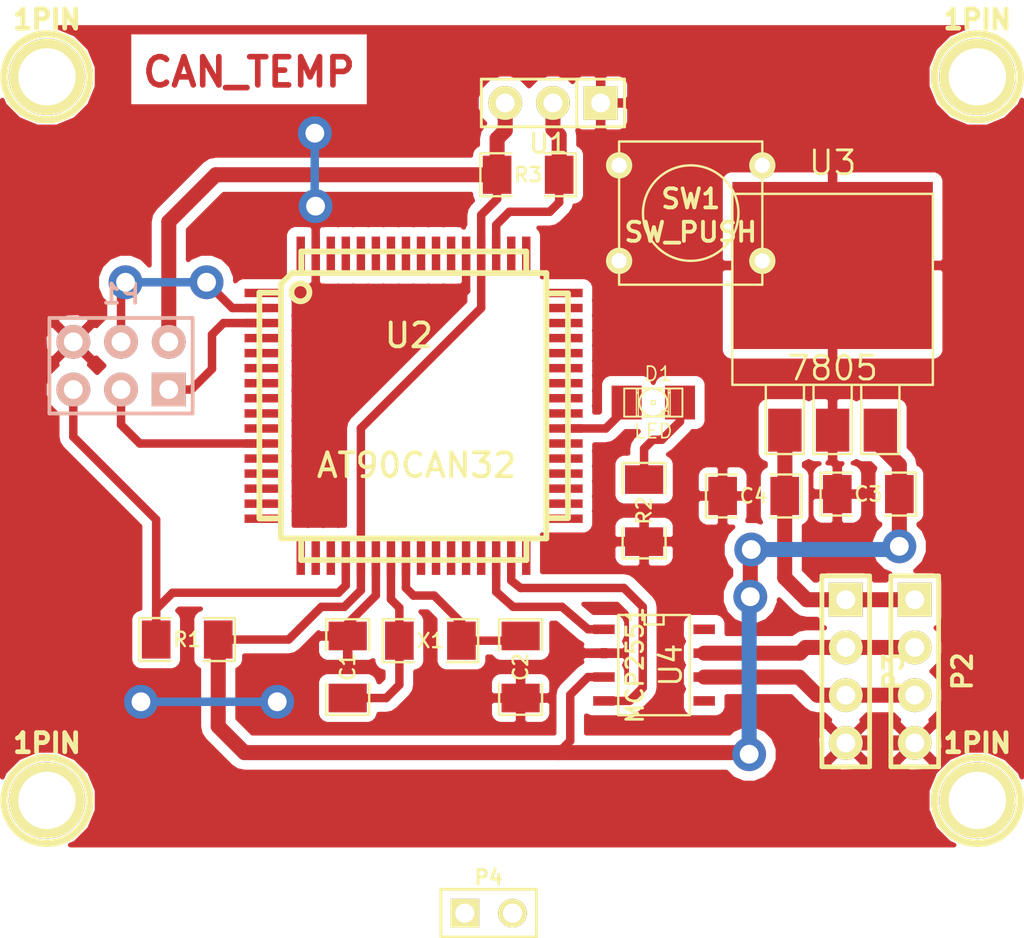
<source format=kicad_pcb>
(kicad_pcb (version 3) (host pcbnew "(2013-may-18)-stable")

  (general
    (links 51)
    (no_connects 9)
    (area 0 0 0 0)
    (thickness 1.6)
    (drawings 1)
    (tracks 138)
    (zones 0)
    (modules 22)
    (nets 20)
  )

  (page A4)
  (layers
    (15 F.Cu signal)
    (0 B.Cu signal)
    (16 B.Adhes user)
    (17 F.Adhes user)
    (18 B.Paste user)
    (19 F.Paste user)
    (20 B.SilkS user)
    (21 F.SilkS user)
    (22 B.Mask user)
    (23 F.Mask user)
    (24 Dwgs.User user)
    (25 Cmts.User user)
    (26 Eco1.User user)
    (27 Eco2.User user)
    (28 Edge.Cuts user)
  )

  (setup
    (last_trace_width 0.45)
    (user_trace_width 0.45)
    (user_trace_width 0.8)
    (trace_clearance 0.3)
    (zone_clearance 0.508)
    (zone_45_only no)
    (trace_min 0.254)
    (segment_width 0.2)
    (edge_width 0.15)
    (via_size 1.8)
    (via_drill 1)
    (via_min_size 0.889)
    (via_min_drill 0.508)
    (user_via 1.8 1)
    (uvia_size 0.508)
    (uvia_drill 0.127)
    (uvias_allowed no)
    (uvia_min_size 0.508)
    (uvia_min_drill 0.127)
    (pcb_text_width 0.3)
    (pcb_text_size 1.5 1.5)
    (mod_edge_width 0.15)
    (mod_text_size 1.5 1.5)
    (mod_text_width 0.15)
    (pad_size 1.8 1.8)
    (pad_drill 1)
    (pad_to_mask_clearance 0.2)
    (aux_axis_origin 51.18 66.17)
    (visible_elements FFFFFFBF)
    (pcbplotparams
      (layerselection 32768)
      (usegerberextensions false)
      (excludeedgelayer true)
      (linewidth 0.150000)
      (plotframeref false)
      (viasonmask false)
      (mode 1)
      (useauxorigin false)
      (hpglpennumber 1)
      (hpglpenspeed 20)
      (hpglpendiameter 15)
      (hpglpenoverlay 2)
      (psnegative false)
      (psa4output false)
      (plotreference true)
      (plotvalue true)
      (plotothertext true)
      (plotinvisibletext false)
      (padsonsilk false)
      (subtractmaskfromsilk false)
      (outputformat 2)
      (mirror false)
      (drillshape 2)
      (scaleselection 1)
      (outputdirectory /home/mamac/Electronic/projects/CAN_Temp/hardware/))
  )

  (net 0 "")
  (net 1 +12V)
  (net 2 +5V)
  (net 3 /PD1)
  (net 4 /PE1)
  (net 5 GND)
  (net 6 N-000001)
  (net 7 N-0000018)
  (net 8 N-000002)
  (net 9 N-0000021)
  (net 10 N-0000022)
  (net 11 N-0000023)
  (net 12 N-0000024)
  (net 13 N-0000026)
  (net 14 N-0000027)
  (net 15 N-000003)
  (net 16 N-000004)
  (net 17 N-000006)
  (net 18 N-0000065)
  (net 19 N-0000066)

  (net_class Default "This is the default net class."
    (clearance 0.3)
    (trace_width 0.45)
    (via_dia 1.8)
    (via_drill 1)
    (uvia_dia 0.508)
    (uvia_drill 0.127)
    (add_net "")
    (add_net +12V)
    (add_net +5V)
    (add_net /PD1)
    (add_net /PE1)
    (add_net GND)
    (add_net N-000001)
    (add_net N-0000018)
    (add_net N-000002)
    (add_net N-0000021)
    (add_net N-0000022)
    (add_net N-0000023)
    (add_net N-0000024)
    (add_net N-0000026)
    (add_net N-0000027)
    (add_net N-000003)
    (add_net N-000004)
    (add_net N-000006)
    (add_net N-0000065)
    (add_net N-0000066)
  )

  (module TQFP64_08 (layer F.Cu) (tedit 423EA1D3) (tstamp 52BCB471)
    (at 73 46.5)
    (tags AVR)
    (path /52152F75)
    (fp_text reference U2 (at -0.24384 -3.73888) (layer F.SilkS)
      (effects (font (size 1.27 1.27) (thickness 0.2032)))
    )
    (fp_text value AT90CAN32 (at 0.16256 3.16992) (layer F.SilkS)
      (effects (font (size 1.27 1.27) (thickness 0.2032)))
    )
    (fp_line (start -7.05104 -6.477) (end -7.05612 7.0612) (layer F.SilkS) (width 0.3048))
    (fp_line (start 7.07136 -7.0612) (end -6.477 -7.0612) (layer F.SilkS) (width 0.3048))
    (fp_line (start -7.05104 -6.477) (end -6.46684 -7.0612) (layer F.SilkS) (width 0.3048))
    (fp_line (start -7.05104 5.99948) (end -8.19912 5.99948) (layer F.SilkS) (width 0.3048))
    (fp_line (start -8.19912 5.99948) (end -8.19912 -6.0198) (layer F.SilkS) (width 0.3048))
    (fp_line (start -8.19912 -6.0198) (end -7.05104 -6.0198) (layer F.SilkS) (width 0.3048))
    (fp_line (start 6.00964 7.0612) (end 6.00964 8.20928) (layer F.SilkS) (width 0.3048))
    (fp_line (start 6.00964 8.20928) (end -5.97916 8.20928) (layer F.SilkS) (width 0.3048))
    (fp_line (start -5.97916 8.20928) (end -5.97916 7.0612) (layer F.SilkS) (width 0.3048))
    (fp_line (start 7.07136 -5.97916) (end 8.21944 -5.97916) (layer F.SilkS) (width 0.3048))
    (fp_line (start 8.21944 -5.97916) (end 8.21944 5.97916) (layer F.SilkS) (width 0.3048))
    (fp_line (start 8.21944 5.97916) (end 7.07136 5.97916) (layer F.SilkS) (width 0.3048))
    (fp_line (start -5.969 -7.0612) (end -5.969 -8.20928) (layer F.SilkS) (width 0.3048))
    (fp_line (start -5.969 -8.20928) (end 5.99948 -8.20928) (layer F.SilkS) (width 0.3048))
    (fp_line (start 5.99948 -8.20928) (end 5.99948 -7.0612) (layer F.SilkS) (width 0.3048))
    (fp_circle (center -6.01472 -6.03504) (end -5.60832 -5.78104) (layer F.SilkS) (width 0.3048))
    (fp_line (start 7.07136 -7.0612) (end 7.07136 7.0612) (layer F.SilkS) (width 0.3048))
    (fp_line (start -7.05104 7.0612) (end 7.07136 7.0612) (layer F.SilkS) (width 0.3048))
    (pad 8 smd rect (at -7.99084 -0.39878) (size 1.99898 0.44958)
      (layers F.Cu F.Paste F.Mask)
    )
    (pad 7 smd rect (at -7.99084 -1.19888) (size 1.99898 0.44958)
      (layers F.Cu F.Paste F.Mask)
    )
    (pad 6 smd rect (at -7.99084 -1.99898) (size 1.99898 0.44958)
      (layers F.Cu F.Paste F.Mask)
    )
    (pad 5 smd rect (at -7.99084 -2.79908) (size 1.99898 0.44958)
      (layers F.Cu F.Paste F.Mask)
    )
    (pad 4 smd rect (at -7.99084 -3.59918) (size 1.99898 0.44958)
      (layers F.Cu F.Paste F.Mask)
    )
    (pad 3 smd rect (at -7.99084 -4.39928) (size 1.99898 0.44958)
      (layers F.Cu F.Paste F.Mask)
      (net 4 /PE1)
    )
    (pad 2 smd rect (at -7.99084 -5.19938) (size 1.99898 0.44958)
      (layers F.Cu F.Paste F.Mask)
      (net 3 /PD1)
    )
    (pad 1 smd rect (at -7.99084 -5.99948) (size 1.99898 0.44958)
      (layers F.Cu F.Paste F.Mask)
    )
    (pad 16 smd rect (at -7.99084 6.00964) (size 1.99898 0.44958)
      (layers F.Cu F.Paste F.Mask)
    )
    (pad 33 smd rect (at 8.001 6.00964) (size 1.99898 0.44958)
      (layers F.Cu F.Paste F.Mask)
    )
    (pad 48 smd rect (at 8.001 -5.99948) (size 1.99898 0.44958)
      (layers F.Cu F.Paste F.Mask)
    )
    (pad 9 smd rect (at -7.99084 0.40894) (size 1.99898 0.44958)
      (layers F.Cu F.Paste F.Mask)
    )
    (pad 10 smd rect (at -7.99084 1.20904) (size 1.99898 0.44958)
      (layers F.Cu F.Paste F.Mask)
      (net 11 N-0000023)
    )
    (pad 11 smd rect (at -7.99084 2.00914) (size 1.99898 0.44958)
      (layers F.Cu F.Paste F.Mask)
      (net 15 N-000003)
    )
    (pad 12 smd rect (at -7.99084 2.80924) (size 1.99898 0.44958)
      (layers F.Cu F.Paste F.Mask)
    )
    (pad 13 smd rect (at -7.99084 3.60934) (size 1.99898 0.44958)
      (layers F.Cu F.Paste F.Mask)
    )
    (pad 14 smd rect (at -7.99084 4.40944) (size 1.99898 0.44958)
      (layers F.Cu F.Paste F.Mask)
    )
    (pad 15 smd rect (at -7.99084 5.20954) (size 1.99898 0.44958)
      (layers F.Cu F.Paste F.Mask)
    )
    (pad 34 smd rect (at 8.001 5.20954) (size 1.99898 0.44958)
      (layers F.Cu F.Paste F.Mask)
    )
    (pad 35 smd rect (at 8.001 4.40944) (size 1.99898 0.44958)
      (layers F.Cu F.Paste F.Mask)
      (net 12 N-0000024)
    )
    (pad 36 smd rect (at 8.001 3.60934) (size 1.99898 0.44958)
      (layers F.Cu F.Paste F.Mask)
    )
    (pad 37 smd rect (at 8.001 2.80924) (size 1.99898 0.44958)
      (layers F.Cu F.Paste F.Mask)
    )
    (pad 38 smd rect (at 8.001 2.00914) (size 1.99898 0.44958)
      (layers F.Cu F.Paste F.Mask)
    )
    (pad 39 smd rect (at 8.001 1.20904) (size 1.99898 0.44958)
      (layers F.Cu F.Paste F.Mask)
    )
    (pad 40 smd rect (at 8.001 0.40894) (size 1.99898 0.44958)
      (layers F.Cu F.Paste F.Mask)
    )
    (pad 41 smd rect (at 8.001 -0.39878) (size 1.99898 0.44958)
      (layers F.Cu F.Paste F.Mask)
    )
    (pad 42 smd rect (at 8.001 -1.19888) (size 1.99898 0.44958)
      (layers F.Cu F.Paste F.Mask)
    )
    (pad 43 smd rect (at 8.001 -1.99898) (size 1.99898 0.44958)
      (layers F.Cu F.Paste F.Mask)
    )
    (pad 44 smd rect (at 8.001 -2.79908) (size 1.99898 0.44958)
      (layers F.Cu F.Paste F.Mask)
    )
    (pad 45 smd rect (at 8.001 -3.59918) (size 1.99898 0.44958)
      (layers F.Cu F.Paste F.Mask)
    )
    (pad 46 smd rect (at 8.001 -4.39928) (size 1.99898 0.44958)
      (layers F.Cu F.Paste F.Mask)
    )
    (pad 47 smd rect (at 8.001 -5.19938) (size 1.99898 0.44958)
      (layers F.Cu F.Paste F.Mask)
    )
    (pad 64 smd rect (at -5.99948 -8.001) (size 0.44958 1.99898)
      (layers F.Cu F.Paste F.Mask)
    )
    (pad 63 smd rect (at -5.20192 -8.001) (size 0.44958 1.99898)
      (layers F.Cu F.Paste F.Mask)
      (net 5 GND)
    )
    (pad 62 smd rect (at -4.39928 -8.001) (size 0.44958 1.99898)
      (layers F.Cu F.Paste F.Mask)
    )
    (pad 61 smd rect (at -3.60172 -8.001) (size 0.44958 1.99898)
      (layers F.Cu F.Paste F.Mask)
    )
    (pad 60 smd rect (at -2.79908 -8.001) (size 0.44958 1.99898)
      (layers F.Cu F.Paste F.Mask)
    )
    (pad 59 smd rect (at -2.00152 -8.001) (size 0.44958 1.99898)
      (layers F.Cu F.Paste F.Mask)
    )
    (pad 56 smd rect (at 0.40132 -8.001) (size 0.44958 1.99898)
      (layers F.Cu F.Paste F.Mask)
    )
    (pad 54 smd rect (at 2.00152 -8.001) (size 0.44958 1.99898)
      (layers F.Cu F.Paste F.Mask)
    )
    (pad 53 smd rect (at 2.79908 -8.001) (size 0.44958 1.99898)
      (layers F.Cu F.Paste F.Mask)
      (net 5 GND)
    )
    (pad 58 smd rect (at -1.19888 -8.001) (size 0.44958 1.99898)
      (layers F.Cu F.Paste F.Mask)
    )
    (pad 57 smd rect (at -0.40132 -8.001) (size 0.44958 1.99898)
      (layers F.Cu F.Paste F.Mask)
    )
    (pad 55 smd rect (at 1.19888 -8.001) (size 0.44958 1.99898)
      (layers F.Cu F.Paste F.Mask)
    )
    (pad 52 smd rect (at 3.60172 -8.001) (size 0.44958 1.99898)
      (layers F.Cu F.Paste F.Mask)
      (net 2 +5V)
    )
    (pad 51 smd rect (at 4.39928 -8.001) (size 0.44958 1.99898)
      (layers F.Cu F.Paste F.Mask)
      (net 13 N-0000026)
    )
    (pad 50 smd rect (at 5.20192 -8.001) (size 0.44958 1.99898)
      (layers F.Cu F.Paste F.Mask)
    )
    (pad 49 smd rect (at 5.99948 -8.001) (size 0.44958 1.99898)
      (layers F.Cu F.Paste F.Mask)
    )
    (pad 17 smd rect (at -5.99948 8.001) (size 0.44958 1.99898)
      (layers F.Cu F.Paste F.Mask)
    )
    (pad 18 smd rect (at -5.20192 8.001) (size 0.44958 1.99898)
      (layers F.Cu F.Paste F.Mask)
    )
    (pad 19 smd rect (at -4.39928 8.001) (size 0.44958 1.99898)
      (layers F.Cu F.Paste F.Mask)
    )
    (pad 20 smd rect (at -3.60172 8.001) (size 0.44958 1.99898)
      (layers F.Cu F.Paste F.Mask)
      (net 16 N-000004)
    )
    (pad 21 smd rect (at -2.79908 8.001) (size 0.44958 1.99898)
      (layers F.Cu F.Paste F.Mask)
      (net 2 +5V)
    )
    (pad 22 smd rect (at -2.00152 8.001) (size 0.44958 1.99898)
      (layers F.Cu F.Paste F.Mask)
      (net 5 GND)
    )
    (pad 23 smd rect (at -1.19888 8.001) (size 0.44958 1.99898)
      (layers F.Cu F.Paste F.Mask)
      (net 18 N-0000065)
    )
    (pad 24 smd rect (at -0.40132 8.001) (size 0.44958 1.99898)
      (layers F.Cu F.Paste F.Mask)
      (net 19 N-0000066)
    )
    (pad 25 smd rect (at 0.40132 8.001) (size 0.44958 1.99898)
      (layers F.Cu F.Paste F.Mask)
    )
    (pad 26 smd rect (at 1.19888 8.001) (size 0.44958 1.99898)
      (layers F.Cu F.Paste F.Mask)
    )
    (pad 27 smd rect (at 2.00152 8.001) (size 0.44958 1.99898)
      (layers F.Cu F.Paste F.Mask)
      (net 10 N-0000022)
    )
    (pad 28 smd rect (at 2.79908 8.001) (size 0.44958 1.99898)
      (layers F.Cu F.Paste F.Mask)
      (net 7 N-0000018)
    )
    (pad 29 smd rect (at 3.60172 8.001) (size 0.44958 1.99898)
      (layers F.Cu F.Paste F.Mask)
    )
    (pad 30 smd rect (at 4.39928 8.001) (size 0.44958 1.99898)
      (layers F.Cu F.Paste F.Mask)
      (net 6 N-000001)
    )
    (pad 31 smd rect (at 5.20192 8.001) (size 0.44958 1.99898)
      (layers F.Cu F.Paste F.Mask)
      (net 8 N-000002)
    )
    (pad 32 smd rect (at 5.99948 8.001) (size 0.44958 1.99898)
      (layers F.Cu F.Paste F.Mask)
    )
    (model smd/vqfp64.wrl
      (at (xyz 0 0 0))
      (scale (xyz 0.615 0.615 0.35))
      (rotate (xyz 0 0 90))
    )
  )

  (module SO8E (layer F.Cu) (tedit 42806F54) (tstamp 52BCB485)
    (at 85.8 60.3 270)
    (descr "module CMS SOJ 8 pins etroit")
    (tags "CMS SOJ")
    (path /52152F80)
    (attr smd)
    (fp_text reference U4 (at 0 -0.889 270) (layer F.SilkS)
      (effects (font (size 1.143 1.143) (thickness 0.1524)))
    )
    (fp_text value MCP2551 (at 0 1.016 270) (layer F.SilkS)
      (effects (font (size 0.889 0.889) (thickness 0.1524)))
    )
    (fp_line (start -2.667 1.778) (end -2.667 1.905) (layer F.SilkS) (width 0.127))
    (fp_line (start -2.667 1.905) (end 2.667 1.905) (layer F.SilkS) (width 0.127))
    (fp_line (start 2.667 -1.905) (end -2.667 -1.905) (layer F.SilkS) (width 0.127))
    (fp_line (start -2.667 -1.905) (end -2.667 1.778) (layer F.SilkS) (width 0.127))
    (fp_line (start -2.667 -0.508) (end -2.159 -0.508) (layer F.SilkS) (width 0.127))
    (fp_line (start -2.159 -0.508) (end -2.159 0.508) (layer F.SilkS) (width 0.127))
    (fp_line (start -2.159 0.508) (end -2.667 0.508) (layer F.SilkS) (width 0.127))
    (fp_line (start 2.667 -1.905) (end 2.667 1.905) (layer F.SilkS) (width 0.127))
    (pad 8 smd rect (at -1.905 -2.667 270) (size 0.508 1.143)
      (layers F.Cu F.Paste F.Mask)
      (net 5 GND)
    )
    (pad 1 smd rect (at -1.905 2.667 270) (size 0.508 1.143)
      (layers F.Cu F.Paste F.Mask)
      (net 6 N-000001)
    )
    (pad 7 smd rect (at -0.635 -2.667 270) (size 0.508 1.143)
      (layers F.Cu F.Paste F.Mask)
      (net 17 N-000006)
    )
    (pad 6 smd rect (at 0.635 -2.667 270) (size 0.508 1.143)
      (layers F.Cu F.Paste F.Mask)
      (net 14 N-0000027)
    )
    (pad 5 smd rect (at 1.905 -2.667 270) (size 0.508 1.143)
      (layers F.Cu F.Paste F.Mask)
    )
    (pad 2 smd rect (at -0.635 2.667 270) (size 0.508 1.143)
      (layers F.Cu F.Paste F.Mask)
      (net 5 GND)
    )
    (pad 3 smd rect (at 0.635 2.667 270) (size 0.508 1.143)
      (layers F.Cu F.Paste F.Mask)
      (net 2 +5V)
    )
    (pad 4 smd rect (at 1.905 2.667 270) (size 0.508 1.143)
      (layers F.Cu F.Paste F.Mask)
      (net 8 N-000002)
    )
    (model smd/cms_so8.wrl
      (at (xyz 0 0 0))
      (scale (xyz 0.5 0.32 0.5))
      (rotate (xyz 0 0 0))
    )
  )

  (module SM1206 (layer F.Cu) (tedit 42806E24) (tstamp 52BCB491)
    (at 79.1 34.21)
    (path /52152F84)
    (attr smd)
    (fp_text reference R3 (at 0 0) (layer F.SilkS)
      (effects (font (size 0.762 0.762) (thickness 0.127)))
    )
    (fp_text value 470k (at 0 0) (layer F.SilkS) hide
      (effects (font (size 0.762 0.762) (thickness 0.127)))
    )
    (fp_line (start -2.54 -1.143) (end -2.54 1.143) (layer F.SilkS) (width 0.127))
    (fp_line (start -2.54 1.143) (end -0.889 1.143) (layer F.SilkS) (width 0.127))
    (fp_line (start 0.889 -1.143) (end 2.54 -1.143) (layer F.SilkS) (width 0.127))
    (fp_line (start 2.54 -1.143) (end 2.54 1.143) (layer F.SilkS) (width 0.127))
    (fp_line (start 2.54 1.143) (end 0.889 1.143) (layer F.SilkS) (width 0.127))
    (fp_line (start -0.889 -1.143) (end -2.54 -1.143) (layer F.SilkS) (width 0.127))
    (pad 1 smd rect (at -1.651 0) (size 1.524 2.032)
      (layers F.Cu F.Paste F.Mask)
      (net 2 +5V)
    )
    (pad 2 smd rect (at 1.651 0) (size 1.524 2.032)
      (layers F.Cu F.Paste F.Mask)
      (net 12 N-0000024)
    )
    (model smd/chip_cms.wrl
      (at (xyz 0 0 0))
      (scale (xyz 0.17 0.16 0.16))
      (rotate (xyz 0 0 0))
    )
  )

  (module SM1206 (layer F.Cu) (tedit 42806E24) (tstamp 52BCB49D)
    (at 85.27 52.08 90)
    (path /52152F90)
    (attr smd)
    (fp_text reference R2 (at 0 0 90) (layer F.SilkS)
      (effects (font (size 0.762 0.762) (thickness 0.127)))
    )
    (fp_text value 300 (at 0 0 90) (layer F.SilkS) hide
      (effects (font (size 0.762 0.762) (thickness 0.127)))
    )
    (fp_line (start -2.54 -1.143) (end -2.54 1.143) (layer F.SilkS) (width 0.127))
    (fp_line (start -2.54 1.143) (end -0.889 1.143) (layer F.SilkS) (width 0.127))
    (fp_line (start 0.889 -1.143) (end 2.54 -1.143) (layer F.SilkS) (width 0.127))
    (fp_line (start 2.54 -1.143) (end 2.54 1.143) (layer F.SilkS) (width 0.127))
    (fp_line (start 2.54 1.143) (end 0.889 1.143) (layer F.SilkS) (width 0.127))
    (fp_line (start -0.889 -1.143) (end -2.54 -1.143) (layer F.SilkS) (width 0.127))
    (pad 1 smd rect (at -1.651 0 90) (size 1.524 2.032)
      (layers F.Cu F.Paste F.Mask)
      (net 2 +5V)
    )
    (pad 2 smd rect (at 1.651 0 90) (size 1.524 2.032)
      (layers F.Cu F.Paste F.Mask)
      (net 9 N-0000021)
    )
    (model smd/chip_cms.wrl
      (at (xyz 0 0 0))
      (scale (xyz 0.17 0.16 0.16))
      (rotate (xyz 0 0 0))
    )
  )

  (module SM1206 (layer F.Cu) (tedit 52BCC14E) (tstamp 52BCB4A9)
    (at 60.96 58.94 180)
    (path /52152F8C)
    (attr smd)
    (fp_text reference R1 (at 0 0 180) (layer F.SilkS)
      (effects (font (size 0.762 0.762) (thickness 0.127)))
    )
    (fp_text value 10k (at 0 0 180) (layer F.SilkS) hide
      (effects (font (size 0.762 0.762) (thickness 0.127)))
    )
    (fp_line (start -2.54 -1.143) (end -2.54 1.143) (layer F.SilkS) (width 0.127))
    (fp_line (start -2.54 1.143) (end -0.889 1.143) (layer F.SilkS) (width 0.127))
    (fp_line (start 0.889 -1.143) (end 2.54 -1.143) (layer F.SilkS) (width 0.127))
    (fp_line (start 2.54 -1.143) (end 2.54 1.143) (layer F.SilkS) (width 0.127))
    (fp_line (start 2.54 1.143) (end 0.889 1.143) (layer F.SilkS) (width 0.127))
    (fp_line (start -0.889 -1.143) (end -2.54 -1.143) (layer F.SilkS) (width 0.127))
    (pad 1 smd rect (at -1.651 0 180) (size 1.524 2.032)
      (layers F.Cu F.Paste F.Mask)
      (net 2 +5V)
    )
    (pad 2 smd rect (at 1.651 0 180) (size 1.524 2.032)
      (layers F.Cu F.Paste F.Mask)
      (net 16 N-000004)
    )
    (model smd/chip_cms.wrl
      (at (xyz 0 0 0))
      (scale (xyz 0.17 0.16 0.16))
      (rotate (xyz 0 0 0))
    )
  )

  (module SM1206 (layer F.Cu) (tedit 42806E24) (tstamp 52BCB4B5)
    (at 69.5 60.4 270)
    (path /52152F87)
    (attr smd)
    (fp_text reference C1 (at 0 0 270) (layer F.SilkS)
      (effects (font (size 0.762 0.762) (thickness 0.127)))
    )
    (fp_text value 22pf (at 0 0 270) (layer F.SilkS) hide
      (effects (font (size 0.762 0.762) (thickness 0.127)))
    )
    (fp_line (start -2.54 -1.143) (end -2.54 1.143) (layer F.SilkS) (width 0.127))
    (fp_line (start -2.54 1.143) (end -0.889 1.143) (layer F.SilkS) (width 0.127))
    (fp_line (start 0.889 -1.143) (end 2.54 -1.143) (layer F.SilkS) (width 0.127))
    (fp_line (start 2.54 -1.143) (end 2.54 1.143) (layer F.SilkS) (width 0.127))
    (fp_line (start 2.54 1.143) (end 0.889 1.143) (layer F.SilkS) (width 0.127))
    (fp_line (start -0.889 -1.143) (end -2.54 -1.143) (layer F.SilkS) (width 0.127))
    (pad 1 smd rect (at -1.651 0 270) (size 1.524 2.032)
      (layers F.Cu F.Paste F.Mask)
      (net 5 GND)
    )
    (pad 2 smd rect (at 1.651 0 270) (size 1.524 2.032)
      (layers F.Cu F.Paste F.Mask)
      (net 18 N-0000065)
    )
    (model smd/chip_cms.wrl
      (at (xyz 0 0 0))
      (scale (xyz 0.17 0.16 0.16))
      (rotate (xyz 0 0 0))
    )
  )

  (module SM1206 (layer F.Cu) (tedit 52BCB970) (tstamp 52BCB4C1)
    (at 78.7 60.4 90)
    (path /52152F86)
    (attr smd)
    (fp_text reference C2 (at 0 0 90) (layer F.SilkS)
      (effects (font (size 0.762 0.762) (thickness 0.127)))
    )
    (fp_text value 22pf (at 0 0 90) (layer F.SilkS) hide
      (effects (font (size 0.762 0.762) (thickness 0.127)))
    )
    (fp_line (start -2.54 -1.143) (end -2.54 1.143) (layer F.SilkS) (width 0.127))
    (fp_line (start -2.54 1.143) (end -0.889 1.143) (layer F.SilkS) (width 0.127))
    (fp_line (start 0.889 -1.143) (end 2.54 -1.143) (layer F.SilkS) (width 0.127))
    (fp_line (start 2.54 -1.143) (end 2.54 1.143) (layer F.SilkS) (width 0.127))
    (fp_line (start 2.54 1.143) (end 0.889 1.143) (layer F.SilkS) (width 0.127))
    (fp_line (start -0.889 -1.143) (end -2.54 -1.143) (layer F.SilkS) (width 0.127))
    (pad 1 smd rect (at -1.651 0 90) (size 1.524 2.032)
      (layers F.Cu F.Paste F.Mask)
      (net 5 GND)
    )
    (pad 2 smd rect (at 1.651 0 90) (size 1.524 2.032)
      (layers F.Cu F.Paste F.Mask)
      (net 19 N-0000066)
    )
    (model smd/chip_cms.wrl
      (at (xyz 0 0 0))
      (scale (xyz 0.17 0.16 0.16))
      (rotate (xyz 0 0 0))
    )
  )

  (module SM1206 (layer F.Cu) (tedit 42806E24) (tstamp 52BCB4CD)
    (at 73.9 59 180)
    (path /52152F85)
    (attr smd)
    (fp_text reference X1 (at 0 0 180) (layer F.SilkS)
      (effects (font (size 0.762 0.762) (thickness 0.127)))
    )
    (fp_text value 16MHz (at 0 0 180) (layer F.SilkS) hide
      (effects (font (size 0.762 0.762) (thickness 0.127)))
    )
    (fp_line (start -2.54 -1.143) (end -2.54 1.143) (layer F.SilkS) (width 0.127))
    (fp_line (start -2.54 1.143) (end -0.889 1.143) (layer F.SilkS) (width 0.127))
    (fp_line (start 0.889 -1.143) (end 2.54 -1.143) (layer F.SilkS) (width 0.127))
    (fp_line (start 2.54 -1.143) (end 2.54 1.143) (layer F.SilkS) (width 0.127))
    (fp_line (start 2.54 1.143) (end 0.889 1.143) (layer F.SilkS) (width 0.127))
    (fp_line (start -0.889 -1.143) (end -2.54 -1.143) (layer F.SilkS) (width 0.127))
    (pad 1 smd rect (at -1.651 0 180) (size 1.524 2.032)
      (layers F.Cu F.Paste F.Mask)
      (net 19 N-0000066)
    )
    (pad 2 smd rect (at 1.651 0 180) (size 1.524 2.032)
      (layers F.Cu F.Paste F.Mask)
      (net 18 N-0000065)
    )
    (model smd/chip_cms.wrl
      (at (xyz 0 0 0))
      (scale (xyz 0.17 0.16 0.16))
      (rotate (xyz 0 0 0))
    )
  )

  (module SM1206 (layer F.Cu) (tedit 52BCBCBD) (tstamp 52BCB4D9)
    (at 97.2 51.2 180)
    (path /52BC77C3)
    (attr smd)
    (fp_text reference C3 (at 0 0 180) (layer F.SilkS)
      (effects (font (size 0.762 0.762) (thickness 0.127)))
    )
    (fp_text value 100nF (at 0 0 180) (layer F.SilkS) hide
      (effects (font (size 0.762 0.762) (thickness 0.127)))
    )
    (fp_line (start -2.54 -1.143) (end -2.54 1.143) (layer F.SilkS) (width 0.127))
    (fp_line (start -2.54 1.143) (end -0.889 1.143) (layer F.SilkS) (width 0.127))
    (fp_line (start 0.889 -1.143) (end 2.54 -1.143) (layer F.SilkS) (width 0.127))
    (fp_line (start 2.54 -1.143) (end 2.54 1.143) (layer F.SilkS) (width 0.127))
    (fp_line (start 2.54 1.143) (end 0.889 1.143) (layer F.SilkS) (width 0.127))
    (fp_line (start -0.889 -1.143) (end -2.54 -1.143) (layer F.SilkS) (width 0.127))
    (pad 1 smd rect (at -1.651 0 180) (size 1.524 2.032)
      (layers F.Cu F.Paste F.Mask)
      (net 2 +5V)
    )
    (pad 2 smd rect (at 1.651 0 180) (size 1.524 2.032)
      (layers F.Cu F.Paste F.Mask)
      (net 5 GND)
    )
    (model smd/chip_cms.wrl
      (at (xyz 0 0 0))
      (scale (xyz 0.17 0.16 0.16))
      (rotate (xyz 0 0 0))
    )
  )

  (module SM1206 (layer F.Cu) (tedit 42806E24) (tstamp 52BCB4E5)
    (at 91.1 51.3 180)
    (path /52BC77D5)
    (attr smd)
    (fp_text reference C4 (at 0 0 180) (layer F.SilkS)
      (effects (font (size 0.762 0.762) (thickness 0.127)))
    )
    (fp_text value 0.33uF (at 0 0 180) (layer F.SilkS) hide
      (effects (font (size 0.762 0.762) (thickness 0.127)))
    )
    (fp_line (start -2.54 -1.143) (end -2.54 1.143) (layer F.SilkS) (width 0.127))
    (fp_line (start -2.54 1.143) (end -0.889 1.143) (layer F.SilkS) (width 0.127))
    (fp_line (start 0.889 -1.143) (end 2.54 -1.143) (layer F.SilkS) (width 0.127))
    (fp_line (start 2.54 -1.143) (end 2.54 1.143) (layer F.SilkS) (width 0.127))
    (fp_line (start 2.54 1.143) (end 0.889 1.143) (layer F.SilkS) (width 0.127))
    (fp_line (start -0.889 -1.143) (end -2.54 -1.143) (layer F.SilkS) (width 0.127))
    (pad 1 smd rect (at -1.651 0 180) (size 1.524 2.032)
      (layers F.Cu F.Paste F.Mask)
      (net 1 +12V)
    )
    (pad 2 smd rect (at 1.651 0 180) (size 1.524 2.032)
      (layers F.Cu F.Paste F.Mask)
      (net 5 GND)
    )
    (model smd/chip_cms.wrl
      (at (xyz 0 0 0))
      (scale (xyz 0.17 0.16 0.16))
      (rotate (xyz 0 0 0))
    )
  )

  (module pin_array_3x2 (layer B.Cu) (tedit 52BDE477) (tstamp 52BCB4F3)
    (at 57.44 44.37 180)
    (descr "Double rangee de contacts 2 x 4 pins")
    (tags CONN)
    (path /52152F89)
    (fp_text reference P1 (at 0 3.81 180) (layer B.SilkS)
      (effects (font (size 1.016 1.016) (thickness 0.2032)) (justify mirror))
    )
    (fp_text value CONN_3X2 (at 0 -3.81 180) (layer B.SilkS) hide
      (effects (font (size 1.016 1.016) (thickness 0.2032)) (justify mirror))
    )
    (fp_line (start 3.81 -2.54) (end -3.81 -2.54) (layer B.SilkS) (width 0.2032))
    (fp_line (start -3.81 2.54) (end 3.81 2.54) (layer B.SilkS) (width 0.2032))
    (fp_line (start 3.81 2.54) (end 3.81 -2.54) (layer B.SilkS) (width 0.2032))
    (fp_line (start -3.81 -2.54) (end -3.81 2.54) (layer B.SilkS) (width 0.2032))
    (pad 1 thru_hole rect (at -2.54 -1.27 180) (size 1.8 1.8) (drill 1)
      (layers *.Cu *.Mask B.SilkS)
      (net 4 /PE1)
    )
    (pad 2 thru_hole circle (at -2.54 1.27 180) (size 1.8 1.8) (drill 1)
      (layers *.Cu *.Mask B.SilkS)
      (net 2 +5V)
    )
    (pad 3 thru_hole circle (at 0 -1.27 180) (size 1.8 1.8) (drill 1)
      (layers *.Cu *.Mask B.SilkS)
      (net 15 N-000003)
    )
    (pad 4 thru_hole circle (at 0 1.27 180) (size 1.8 1.8) (drill 1)
      (layers *.Cu *.Mask B.SilkS)
      (net 3 /PD1)
    )
    (pad 5 thru_hole circle (at 2.54 -1.27 180) (size 1.8 1.8) (drill 1)
      (layers *.Cu *.Mask B.SilkS)
      (net 16 N-000004)
    )
    (pad 6 thru_hole circle (at 2.54 1.27 180) (size 1.8 1.8) (drill 1)
      (layers *.Cu *.Mask B.SilkS)
      (net 5 GND)
    )
    (model pin_array/pins_array_3x2.wrl
      (at (xyz 0 0 0))
      (scale (xyz 1 1 1))
      (rotate (xyz 0 0 0))
    )
  )

  (module PIN_ARRAY_3X1 (layer F.Cu) (tedit 52BDE9DC) (tstamp 52BCB4FF)
    (at 80.42 30.39 180)
    (descr "Connecteur 3 pins")
    (tags "CONN DEV")
    (path /52152F8F)
    (fp_text reference U1 (at 0.254 -2.159 180) (layer F.SilkS)
      (effects (font (size 1.016 1.016) (thickness 0.1524)))
    )
    (fp_text value DS1820 (at 0 -2.159 180) (layer F.SilkS) hide
      (effects (font (size 1.016 1.016) (thickness 0.1524)))
    )
    (fp_line (start -3.81 1.27) (end -3.81 -1.27) (layer F.SilkS) (width 0.1524))
    (fp_line (start -3.81 -1.27) (end 3.81 -1.27) (layer F.SilkS) (width 0.1524))
    (fp_line (start 3.81 -1.27) (end 3.81 1.27) (layer F.SilkS) (width 0.1524))
    (fp_line (start 3.81 1.27) (end -3.81 1.27) (layer F.SilkS) (width 0.1524))
    (fp_line (start -1.27 -1.27) (end -1.27 1.27) (layer F.SilkS) (width 0.1524))
    (pad 1 thru_hole rect (at -2.54 0 180) (size 1.8 1.8) (drill 1)
      (layers *.Cu *.Mask F.SilkS)
      (net 5 GND)
    )
    (pad 2 thru_hole circle (at 0 0 180) (size 1.8 1.8) (drill 1)
      (layers *.Cu *.Mask F.SilkS)
      (net 12 N-0000024)
    )
    (pad 3 thru_hole circle (at 2.54 0 180) (size 1.8 1.8) (drill 1)
      (layers *.Cu *.Mask F.SilkS)
      (net 2 +5V)
    )
    (model pin_array/pins_array_3x1.wrl
      (at (xyz 0 0 0))
      (scale (xyz 1 1 1))
      (rotate (xyz 0 0 0))
    )
  )

  (module LED-1206 (layer F.Cu) (tedit 49BFA1FF) (tstamp 52BCB529)
    (at 85.76 46.33)
    (descr "LED 1206 smd package")
    (tags "LED led 1206 SMD smd SMT smt smdled SMDLED smtled SMTLED")
    (path /52152F8E)
    (attr smd)
    (fp_text reference D1 (at 0.254 -1.524) (layer F.SilkS)
      (effects (font (size 0.762 0.762) (thickness 0.0889)))
    )
    (fp_text value LED (at 0 1.524) (layer F.SilkS)
      (effects (font (size 0.762 0.762) (thickness 0.0889)))
    )
    (fp_line (start -0.09906 0.09906) (end 0.09906 0.09906) (layer F.SilkS) (width 0.06604))
    (fp_line (start 0.09906 0.09906) (end 0.09906 -0.09906) (layer F.SilkS) (width 0.06604))
    (fp_line (start -0.09906 -0.09906) (end 0.09906 -0.09906) (layer F.SilkS) (width 0.06604))
    (fp_line (start -0.09906 0.09906) (end -0.09906 -0.09906) (layer F.SilkS) (width 0.06604))
    (fp_line (start 0.44958 0.6985) (end 0.79756 0.6985) (layer F.SilkS) (width 0.06604))
    (fp_line (start 0.79756 0.6985) (end 0.79756 0.44958) (layer F.SilkS) (width 0.06604))
    (fp_line (start 0.44958 0.44958) (end 0.79756 0.44958) (layer F.SilkS) (width 0.06604))
    (fp_line (start 0.44958 0.6985) (end 0.44958 0.44958) (layer F.SilkS) (width 0.06604))
    (fp_line (start 0.79756 0.6985) (end 0.89916 0.6985) (layer F.SilkS) (width 0.06604))
    (fp_line (start 0.89916 0.6985) (end 0.89916 -0.49784) (layer F.SilkS) (width 0.06604))
    (fp_line (start 0.79756 -0.49784) (end 0.89916 -0.49784) (layer F.SilkS) (width 0.06604))
    (fp_line (start 0.79756 0.6985) (end 0.79756 -0.49784) (layer F.SilkS) (width 0.06604))
    (fp_line (start 0.79756 -0.54864) (end 0.89916 -0.54864) (layer F.SilkS) (width 0.06604))
    (fp_line (start 0.89916 -0.54864) (end 0.89916 -0.6985) (layer F.SilkS) (width 0.06604))
    (fp_line (start 0.79756 -0.6985) (end 0.89916 -0.6985) (layer F.SilkS) (width 0.06604))
    (fp_line (start 0.79756 -0.54864) (end 0.79756 -0.6985) (layer F.SilkS) (width 0.06604))
    (fp_line (start -0.89916 0.6985) (end -0.79756 0.6985) (layer F.SilkS) (width 0.06604))
    (fp_line (start -0.79756 0.6985) (end -0.79756 -0.49784) (layer F.SilkS) (width 0.06604))
    (fp_line (start -0.89916 -0.49784) (end -0.79756 -0.49784) (layer F.SilkS) (width 0.06604))
    (fp_line (start -0.89916 0.6985) (end -0.89916 -0.49784) (layer F.SilkS) (width 0.06604))
    (fp_line (start -0.89916 -0.54864) (end -0.79756 -0.54864) (layer F.SilkS) (width 0.06604))
    (fp_line (start -0.79756 -0.54864) (end -0.79756 -0.6985) (layer F.SilkS) (width 0.06604))
    (fp_line (start -0.89916 -0.6985) (end -0.79756 -0.6985) (layer F.SilkS) (width 0.06604))
    (fp_line (start -0.89916 -0.54864) (end -0.89916 -0.6985) (layer F.SilkS) (width 0.06604))
    (fp_line (start 0.44958 0.6985) (end 0.59944 0.6985) (layer F.SilkS) (width 0.06604))
    (fp_line (start 0.59944 0.6985) (end 0.59944 0.44958) (layer F.SilkS) (width 0.06604))
    (fp_line (start 0.44958 0.44958) (end 0.59944 0.44958) (layer F.SilkS) (width 0.06604))
    (fp_line (start 0.44958 0.6985) (end 0.44958 0.44958) (layer F.SilkS) (width 0.06604))
    (fp_line (start 1.5494 0.7493) (end -1.5494 0.7493) (layer F.SilkS) (width 0.1016))
    (fp_line (start -1.5494 0.7493) (end -1.5494 -0.7493) (layer F.SilkS) (width 0.1016))
    (fp_line (start -1.5494 -0.7493) (end 1.5494 -0.7493) (layer F.SilkS) (width 0.1016))
    (fp_line (start 1.5494 -0.7493) (end 1.5494 0.7493) (layer F.SilkS) (width 0.1016))
    (fp_arc (start 0 0) (end 0.54864 0.49784) (angle 95.4) (layer F.SilkS) (width 0.1016))
    (fp_arc (start 0 0) (end -0.54864 0.49784) (angle 84.5) (layer F.SilkS) (width 0.1016))
    (fp_arc (start 0 0) (end -0.54864 -0.49784) (angle 95.4) (layer F.SilkS) (width 0.1016))
    (fp_arc (start 0 0) (end 0.54864 -0.49784) (angle 84.5) (layer F.SilkS) (width 0.1016))
    (pad 1 smd rect (at -1.41986 0) (size 1.59766 1.80086)
      (layers F.Cu F.Paste F.Mask)
      (net 11 N-0000023)
    )
    (pad 2 smd rect (at 1.41986 0) (size 1.59766 1.80086)
      (layers F.Cu F.Paste F.Mask)
      (net 9 N-0000021)
    )
  )

  (module DPAK3 (layer F.Cu) (tedit 42808881) (tstamp 52BCB53E)
    (at 95.3 47.8)
    (tags "CMS DPACK")
    (path /52BC76CC)
    (fp_text reference U3 (at 0 -14.224) (layer F.SilkS)
      (effects (font (size 1.27 1.27) (thickness 0.1524)))
    )
    (fp_text value 7805 (at 0 -3.302) (layer F.SilkS)
      (effects (font (size 1.27 1.27) (thickness 0.1524)))
    )
    (fp_line (start 1.524 -2.413) (end 1.524 1.27) (layer F.SilkS) (width 0.127))
    (fp_line (start 1.524 1.27) (end 3.556 1.27) (layer F.SilkS) (width 0.127))
    (fp_line (start 3.556 1.27) (end 3.556 -2.413) (layer F.SilkS) (width 0.127))
    (fp_line (start -1.016 -2.413) (end -1.016 1.27) (layer F.SilkS) (width 0.127))
    (fp_line (start -1.016 1.27) (end 1.016 1.27) (layer F.SilkS) (width 0.127))
    (fp_line (start 1.016 1.27) (end 1.016 -2.413) (layer F.SilkS) (width 0.127))
    (fp_line (start -3.556 -2.413) (end -3.556 1.27) (layer F.SilkS) (width 0.127))
    (fp_line (start -3.556 1.27) (end -1.524 1.27) (layer F.SilkS) (width 0.127))
    (fp_line (start -1.524 1.27) (end -1.524 -2.413) (layer F.SilkS) (width 0.127))
    (fp_line (start -5.334 -2.413) (end 5.334 -2.413) (layer F.SilkS) (width 0.127))
    (fp_line (start 5.334 -2.413) (end 5.334 -12.573) (layer F.SilkS) (width 0.127))
    (fp_line (start 5.334 -12.573) (end -5.334 -12.573) (layer F.SilkS) (width 0.127))
    (fp_line (start -5.334 -12.573) (end -5.334 -2.413) (layer F.SilkS) (width 0.127))
    (pad 2 smd rect (at 0 -8.763) (size 10.668 8.89)
      (layers F.Cu F.Paste F.Mask)
      (net 5 GND)
    )
    (pad 2 smd rect (at 0 0) (size 1.778 2.286)
      (layers F.Cu F.Paste F.Mask)
      (net 5 GND)
    )
    (pad 1 smd rect (at -2.54 0) (size 1.778 2.286)
      (layers F.Cu F.Paste F.Mask)
      (net 1 +12V)
    )
    (pad 3 smd rect (at 2.54 0) (size 1.778 2.286)
      (layers F.Cu F.Paste F.Mask)
      (net 2 +5V)
    )
    (model smd/dpack_3.wrl
      (at (xyz 0 0 0))
      (scale (xyz 1 1 1))
      (rotate (xyz 0 0 0))
    )
  )

  (module PIN_ARRAY_4x1 (layer F.Cu) (tedit 52BDEAA0) (tstamp 52BCB4EF)
    (at 96 60.63 270)
    (descr "Double rangee de contacts 2 x 5 pins")
    (tags CONN)
    (path /521A1139)
    (fp_text reference P3 (at 0 -2.54 270) (layer F.SilkS)
      (effects (font (size 1.016 1.016) (thickness 0.2032)))
    )
    (fp_text value CONN_4 (at 0 2.54 270) (layer F.SilkS) hide
      (effects (font (size 1.016 1.016) (thickness 0.2032)))
    )
    (fp_line (start 5.08 1.27) (end -5.08 1.27) (layer F.SilkS) (width 0.254))
    (fp_line (start 5.08 -1.27) (end -5.08 -1.27) (layer F.SilkS) (width 0.254))
    (fp_line (start -5.08 -1.27) (end -5.08 1.27) (layer F.SilkS) (width 0.254))
    (fp_line (start 5.08 1.27) (end 5.08 -1.27) (layer F.SilkS) (width 0.254))
    (pad 1 thru_hole rect (at -3.81 0 270) (size 1.8 1.8) (drill 1)
      (layers *.Cu *.Mask F.SilkS)
      (net 1 +12V)
    )
    (pad 2 thru_hole circle (at -1.27 0 270) (size 1.8 1.8) (drill 1)
      (layers *.Cu *.Mask F.SilkS)
      (net 17 N-000006)
    )
    (pad 3 thru_hole circle (at 1.27 0 270) (size 1.8 1.8) (drill 1)
      (layers *.Cu *.Mask F.SilkS)
      (net 14 N-0000027)
    )
    (pad 4 thru_hole circle (at 3.81 0 270) (size 1.8 1.8) (drill 1)
      (layers *.Cu *.Mask F.SilkS)
      (net 5 GND)
    )
    (model pin_array\pins_array_4x1.wrl
      (at (xyz 0 0 0))
      (scale (xyz 1 1 1))
      (rotate (xyz 0 0 0))
    )
  )

  (module PIN_ARRAY_4x1 (layer F.Cu) (tedit 52BDEAC3) (tstamp 52BCB8CC)
    (at 99.67 60.63 270)
    (descr "Double rangee de contacts 2 x 5 pins")
    (tags CONN)
    (path /521A104B)
    (fp_text reference P2 (at 0 -2.54 270) (layer F.SilkS)
      (effects (font (size 1.016 1.016) (thickness 0.2032)))
    )
    (fp_text value CONN_4 (at 0 2.54 270) (layer F.SilkS) hide
      (effects (font (size 1.016 1.016) (thickness 0.2032)))
    )
    (fp_line (start 5.08 1.27) (end -5.08 1.27) (layer F.SilkS) (width 0.254))
    (fp_line (start 5.08 -1.27) (end -5.08 -1.27) (layer F.SilkS) (width 0.254))
    (fp_line (start -5.08 -1.27) (end -5.08 1.27) (layer F.SilkS) (width 0.254))
    (fp_line (start 5.08 1.27) (end 5.08 -1.27) (layer F.SilkS) (width 0.254))
    (pad 1 thru_hole rect (at -3.81 0 270) (size 1.8 1.8) (drill 1)
      (layers *.Cu *.Mask F.SilkS)
      (net 1 +12V)
    )
    (pad 2 thru_hole circle (at -1.27 0 270) (size 1.8 1.8) (drill 1)
      (layers *.Cu *.Mask F.SilkS)
      (net 17 N-000006)
    )
    (pad 3 thru_hole circle (at 1.27 0 270) (size 1.8 1.8) (drill 1)
      (layers *.Cu *.Mask F.SilkS)
      (net 14 N-0000027)
    )
    (pad 4 thru_hole circle (at 3.81 0 270) (size 1.8 1.8) (drill 1)
      (layers *.Cu *.Mask F.SilkS)
      (net 5 GND)
    )
    (model pin_array\pins_array_4x1.wrl
      (at (xyz 0 0 0))
      (scale (xyz 1 1 1))
      (rotate (xyz 0 0 0))
    )
  )

  (module 1pin (layer F.Cu) (tedit 200000) (tstamp 52BE52D6)
    (at 103 29)
    (descr "module 1 pin (ou trou mecanique de percage)")
    (tags DEV)
    (path 1pin)
    (fp_text reference 1PIN (at 0 -3.048) (layer F.SilkS)
      (effects (font (size 1.016 1.016) (thickness 0.254)))
    )
    (fp_text value P*** (at 0 2.794) (layer F.SilkS) hide
      (effects (font (size 1.016 1.016) (thickness 0.254)))
    )
    (fp_circle (center 0 0) (end 0 -2.286) (layer F.SilkS) (width 0.381))
    (pad 1 thru_hole circle (at 0 0) (size 4.064 4.064) (drill 3.048)
      (layers *.Cu *.Mask F.SilkS)
    )
  )

  (module 1pin (layer F.Cu) (tedit 200000) (tstamp 52BE52DD)
    (at 53.5 29)
    (descr "module 1 pin (ou trou mecanique de percage)")
    (tags DEV)
    (path 1pin)
    (fp_text reference 1PIN (at 0 -3.048) (layer F.SilkS)
      (effects (font (size 1.016 1.016) (thickness 0.254)))
    )
    (fp_text value P*** (at 0 2.794) (layer F.SilkS) hide
      (effects (font (size 1.016 1.016) (thickness 0.254)))
    )
    (fp_circle (center 0 0) (end 0 -2.286) (layer F.SilkS) (width 0.381))
    (pad 1 thru_hole circle (at 0 0) (size 4.064 4.064) (drill 3.048)
      (layers *.Cu *.Mask F.SilkS)
    )
  )

  (module 1pin (layer F.Cu) (tedit 200000) (tstamp 52BE52F4)
    (at 53.5 67.5)
    (descr "module 1 pin (ou trou mecanique de percage)")
    (tags DEV)
    (path 1pin)
    (fp_text reference 1PIN (at 0 -3.048) (layer F.SilkS)
      (effects (font (size 1.016 1.016) (thickness 0.254)))
    )
    (fp_text value P*** (at 0 2.794) (layer F.SilkS) hide
      (effects (font (size 1.016 1.016) (thickness 0.254)))
    )
    (fp_circle (center 0 0) (end 0 -2.286) (layer F.SilkS) (width 0.381))
    (pad 1 thru_hole circle (at 0 0) (size 4.064 4.064) (drill 3.048)
      (layers *.Cu *.Mask F.SilkS)
    )
  )

  (module 1pin (layer F.Cu) (tedit 200000) (tstamp 52BE52FF)
    (at 103 67.5)
    (descr "module 1 pin (ou trou mecanique de percage)")
    (tags DEV)
    (path 1pin)
    (fp_text reference 1PIN (at 0 -3.048) (layer F.SilkS)
      (effects (font (size 1.016 1.016) (thickness 0.254)))
    )
    (fp_text value P*** (at 0 2.794) (layer F.SilkS) hide
      (effects (font (size 1.016 1.016) (thickness 0.254)))
    )
    (fp_circle (center 0 0) (end 0 -2.286) (layer F.SilkS) (width 0.381))
    (pad 1 thru_hole circle (at 0 0) (size 4.064 4.064) (drill 3.048)
      (layers *.Cu *.Mask F.SilkS)
    )
  )

  (module SW_PUSH_SMALL (layer F.Cu) (tedit 46544DB3) (tstamp 54418672)
    (at 87.75 36.25)
    (path /54418504)
    (fp_text reference SW1 (at 0 -0.762) (layer F.SilkS)
      (effects (font (size 1.016 1.016) (thickness 0.2032)))
    )
    (fp_text value SW_PUSH (at 0 1.016) (layer F.SilkS)
      (effects (font (size 1.016 1.016) (thickness 0.2032)))
    )
    (fp_circle (center 0 0) (end 0 -2.54) (layer F.SilkS) (width 0.127))
    (fp_line (start -3.81 -3.81) (end 3.81 -3.81) (layer F.SilkS) (width 0.127))
    (fp_line (start 3.81 -3.81) (end 3.81 3.81) (layer F.SilkS) (width 0.127))
    (fp_line (start 3.81 3.81) (end -3.81 3.81) (layer F.SilkS) (width 0.127))
    (fp_line (start -3.81 -3.81) (end -3.81 3.81) (layer F.SilkS) (width 0.127))
    (pad 1 thru_hole circle (at 3.81 -2.54) (size 1.397 1.397) (drill 0.8128)
      (layers *.Cu *.Mask F.SilkS)
      (net 13 N-0000026)
    )
    (pad 2 thru_hole circle (at 3.81 2.54) (size 1.397 1.397) (drill 0.8128)
      (layers *.Cu *.Mask F.SilkS)
      (net 5 GND)
    )
    (pad 1 thru_hole circle (at -3.81 -2.54) (size 1.397 1.397) (drill 0.8128)
      (layers *.Cu *.Mask F.SilkS)
      (net 13 N-0000026)
    )
    (pad 2 thru_hole circle (at -3.81 2.54) (size 1.397 1.397) (drill 0.8128)
      (layers *.Cu *.Mask F.SilkS)
      (net 5 GND)
    )
  )

  (module PIN_ARRAY_2X1 (layer F.Cu) (tedit 4565C520) (tstamp 5441867C)
    (at 77 73.5)
    (descr "Connecteurs 2 pins")
    (tags "CONN DEV")
    (path /544180F6)
    (fp_text reference P4 (at 0 -1.905) (layer F.SilkS)
      (effects (font (size 0.762 0.762) (thickness 0.1524)))
    )
    (fp_text value CONN_2 (at 0 -1.905) (layer F.SilkS) hide
      (effects (font (size 0.762 0.762) (thickness 0.1524)))
    )
    (fp_line (start -2.54 1.27) (end -2.54 -1.27) (layer F.SilkS) (width 0.1524))
    (fp_line (start -2.54 -1.27) (end 2.54 -1.27) (layer F.SilkS) (width 0.1524))
    (fp_line (start 2.54 -1.27) (end 2.54 1.27) (layer F.SilkS) (width 0.1524))
    (fp_line (start 2.54 1.27) (end -2.54 1.27) (layer F.SilkS) (width 0.1524))
    (pad 1 thru_hole rect (at -1.27 0) (size 1.524 1.524) (drill 1.016)
      (layers *.Cu *.Mask F.SilkS)
      (net 10 N-0000022)
    )
    (pad 2 thru_hole circle (at 1.27 0) (size 1.524 1.524) (drill 1.016)
      (layers *.Cu *.Mask F.SilkS)
      (net 7 N-0000018)
    )
    (model pin_array/pins_array_2x1.wrl
      (at (xyz 0 0 0))
      (scale (xyz 1 1 1))
      (rotate (xyz 0 0 0))
    )
  )

  (gr_text CAN_TEMP (at 64.25 28.75) (layer F.Cu)
    (effects (font (size 1.5 1.5) (thickness 0.3)))
  )

  (segment (start 66.25 62.25) (end 65.75 62.25) (width 0.45) (layer F.Cu) (net 0))
  (via (at 58.5 62.25) (size 1.8) (layers F.Cu B.Cu) (net 0))
  (segment (start 65.75 62.25) (end 58.5 62.25) (width 0.45) (layer B.Cu) (net 0) (tstamp 52BE532E))
  (via (at 65.75 62.25) (size 1.8) (layers F.Cu B.Cu) (net 0))
  (segment (start 96 56.82) (end 99.67 56.82) (width 0.8) (layer F.Cu) (net 1))
  (segment (start 92.751 51.3) (end 92.751 55.651) (width 0.8) (layer F.Cu) (net 1))
  (segment (start 93.92 56.82) (end 96 56.82) (width 0.8) (layer F.Cu) (net 1) (tstamp 52BDF036))
  (segment (start 92.751 55.651) (end 93.92 56.82) (width 0.8) (layer F.Cu) (net 1) (tstamp 52BDF035))
  (segment (start 92.76 47.8) (end 92.76 51.291) (width 0.8) (layer F.Cu) (net 1))
  (segment (start 92.76 51.291) (end 92.751 51.3) (width 0.8) (layer F.Cu) (net 1) (tstamp 52BCC009))
  (segment (start 62.611 58.94) (end 66.36 58.94) (width 0.45) (layer F.Cu) (net 2))
  (segment (start 70.20092 56.31908) (end 70.20092 54.501) (width 0.45) (layer F.Cu) (net 2) (tstamp 52BDF7EB))
  (segment (start 69.32 57.2) (end 70.20092 56.31908) (width 0.45) (layer F.Cu) (net 2) (tstamp 52BDF7E9))
  (segment (start 68.1 57.2) (end 69.32 57.2) (width 0.45) (layer F.Cu) (net 2) (tstamp 52BDF7E3))
  (segment (start 66.36 58.94) (end 68.1 57.2) (width 0.45) (layer F.Cu) (net 2) (tstamp 52BDF7CB))
  (segment (start 62.611 58.94) (end 62.611 63.561) (width 0.8) (layer F.Cu) (net 2))
  (segment (start 64.005 64.955) (end 80.715 64.955) (width 0.8) (layer F.Cu) (net 2) (tstamp 52BDF7C0))
  (segment (start 62.611 63.561) (end 64.005 64.955) (width 0.8) (layer F.Cu) (net 2) (tstamp 52BDF7BE))
  (segment (start 59.98 43.1) (end 59.98 36.71) (width 0.8) (layer F.Cu) (net 2))
  (segment (start 62.48 34.21) (end 77.449 34.21) (width 0.8) (layer F.Cu) (net 2) (tstamp 52BDF5ED))
  (segment (start 59.98 36.71) (end 62.48 34.21) (width 0.8) (layer F.Cu) (net 2) (tstamp 52BDF5EB))
  (segment (start 98.851 51.2) (end 98.851 53.979) (width 0.8) (layer F.Cu) (net 2))
  (segment (start 90.775 64.955) (end 80.715 64.955) (width 0.8) (layer F.Cu) (net 2) (tstamp 52BDF06F))
  (segment (start 90.86 65.04) (end 90.775 64.955) (width 0.8) (layer F.Cu) (net 2) (tstamp 52BDF06E))
  (via (at 90.86 65.04) (size 1.8) (layers F.Cu B.Cu) (net 2))
  (segment (start 90.86 56.72) (end 90.86 65.04) (width 0.8) (layer B.Cu) (net 2) (tstamp 52BDF069))
  (segment (start 90.92 56.66) (end 90.86 56.72) (width 0.8) (layer B.Cu) (net 2) (tstamp 52BDF068))
  (via (at 90.92 56.66) (size 1.8) (layers F.Cu B.Cu) (net 2))
  (segment (start 90.92 54.2) (end 90.92 56.66) (width 0.8) (layer F.Cu) (net 2) (tstamp 52BDF066))
  (segment (start 90.97 54.15) (end 90.92 54.2) (width 0.8) (layer F.Cu) (net 2) (tstamp 52BDF065))
  (via (at 90.97 54.15) (size 1.8) (layers F.Cu B.Cu) (net 2))
  (segment (start 98.68 54.15) (end 90.97 54.15) (width 0.8) (layer B.Cu) (net 2) (tstamp 52BDF05D))
  (segment (start 98.85 53.98) (end 98.68 54.15) (width 0.8) (layer B.Cu) (net 2) (tstamp 52BDF05C))
  (via (at 98.85 53.98) (size 1.8) (layers F.Cu B.Cu) (net 2))
  (segment (start 98.851 53.979) (end 98.85 53.98) (width 0.8) (layer F.Cu) (net 2) (tstamp 52BDF051))
  (segment (start 83.133 60.935) (end 82.285 60.935) (width 0.45) (layer F.Cu) (net 2))
  (segment (start 82.285 60.935) (end 81.34 61.88) (width 0.45) (layer F.Cu) (net 2) (tstamp 52BDED3F))
  (segment (start 81.34 61.88) (end 81.34 64.33) (width 0.45) (layer F.Cu) (net 2) (tstamp 52BDED40))
  (segment (start 81.34 64.33) (end 80.715 64.955) (width 0.45) (layer F.Cu) (net 2) (tstamp 52BDED42))
  (segment (start 77.449 34.21) (end 77.449 32.291) (width 0.8) (layer F.Cu) (net 2))
  (segment (start 77.449 32.291) (end 77.88 31.86) (width 0.8) (layer F.Cu) (net 2) (tstamp 52BDEBF9))
  (segment (start 77.88 31.86) (end 77.88 30.39) (width 0.8) (layer F.Cu) (net 2) (tstamp 52BDEBFC))
  (segment (start 77.449 34.21) (end 77.449 35.501) (width 0.45) (layer F.Cu) (net 2))
  (segment (start 76.60172 36.34828) (end 76.60172 38.499) (width 0.45) (layer F.Cu) (net 2) (tstamp 52BDEBCF))
  (segment (start 77.449 35.501) (end 76.60172 36.34828) (width 0.45) (layer F.Cu) (net 2) (tstamp 52BDEBCD))
  (segment (start 70.20092 54.501) (end 70.20092 47.69908) (width 0.45) (layer F.Cu) (net 2))
  (segment (start 76.60172 41.29828) (end 76.60172 38.499) (width 0.45) (layer F.Cu) (net 2) (tstamp 52BCC092))
  (segment (start 70.20092 47.69908) (end 76.60172 41.29828) (width 0.45) (layer F.Cu) (net 2) (tstamp 52BCC08A))
  (segment (start 97.84 47.8) (end 97.84 48.64) (width 0.8) (layer F.Cu) (net 2))
  (segment (start 97.84 48.64) (end 98.851 49.651) (width 0.8) (layer F.Cu) (net 2) (tstamp 52BCC00C))
  (segment (start 98.851 49.651) (end 98.851 51.2) (width 0.8) (layer F.Cu) (net 2) (tstamp 52BCC00D))
  (segment (start 57.44 43.1) (end 57.44 40.17) (width 0.45) (layer F.Cu) (net 3))
  (segment (start 63.36062 41.30062) (end 65.00916 41.30062) (width 0.45) (layer F.Cu) (net 3) (tstamp 52BDF5FD))
  (segment (start 61.99 39.93) (end 63.36062 41.30062) (width 0.45) (layer F.Cu) (net 3) (tstamp 52BDF5FC))
  (via (at 61.99 39.93) (size 1.8) (layers F.Cu B.Cu) (net 3))
  (segment (start 57.68 39.93) (end 61.99 39.93) (width 0.45) (layer B.Cu) (net 3) (tstamp 52BDF5F9))
  (via (at 57.68 39.93) (size 1.8) (layers F.Cu B.Cu) (net 3))
  (segment (start 57.44 40.17) (end 57.68 39.93) (width 0.45) (layer F.Cu) (net 3) (tstamp 52BDF5F4))
  (segment (start 59.98 45.64) (end 61.18 45.64) (width 0.45) (layer F.Cu) (net 4))
  (segment (start 62.88928 42.10072) (end 65.00916 42.10072) (width 0.45) (layer F.Cu) (net 4) (tstamp 52BDF5BA))
  (segment (start 62.28 42.71) (end 62.88928 42.10072) (width 0.45) (layer F.Cu) (net 4) (tstamp 52BDF5B8))
  (segment (start 62.28 44.54) (end 62.28 42.71) (width 0.45) (layer F.Cu) (net 4) (tstamp 52BDF5B6))
  (segment (start 61.18 45.64) (end 62.28 44.54) (width 0.45) (layer F.Cu) (net 4) (tstamp 52BDF5B0))
  (segment (start 67.79808 38.499) (end 67.79808 35.88808) (width 0.45) (layer F.Cu) (net 5))
  (via (at 67.75 32) (size 1.8) (layers F.Cu B.Cu) (net 5))
  (segment (start 67.74 35.83) (end 67.75 32) (width 0.45) (layer B.Cu) (net 5) (tstamp 52BDF907))
  (segment (start 67.79 35.88) (end 67.74 35.83) (width 0.45) (layer B.Cu) (net 5) (tstamp 52BDF906))
  (via (at 67.79 35.88) (size 1.8) (layers F.Cu B.Cu) (net 5))
  (segment (start 67.79808 35.88808) (end 67.79 35.88) (width 0.45) (layer F.Cu) (net 5) (tstamp 52BDF8FC))
  (segment (start 69.5 58.749) (end 69.5 58.09) (width 0.45) (layer F.Cu) (net 5))
  (segment (start 70.99848 56.59152) (end 70.99848 54.501) (width 0.45) (layer F.Cu) (net 5) (tstamp 52BDF736))
  (segment (start 69.5 58.09) (end 70.99848 56.59152) (width 0.45) (layer F.Cu) (net 5) (tstamp 52BDF733))
  (segment (start 96 64.44) (end 99.67 64.44) (width 0.8) (layer F.Cu) (net 5))
  (segment (start 67.79808 38.499) (end 67.79808 40.07808) (width 0.45) (layer F.Cu) (net 5))
  (segment (start 67.79808 40.07808) (end 68.95 41.23) (width 0.45) (layer F.Cu) (net 5) (tstamp 52BDEBC2))
  (segment (start 68.95 41.23) (end 74.94 41.23) (width 0.45) (layer F.Cu) (net 5) (tstamp 52BDEBC3))
  (segment (start 74.94 41.23) (end 75.79908 40.37092) (width 0.45) (layer F.Cu) (net 5) (tstamp 52BDEBC5))
  (segment (start 75.79908 40.37092) (end 75.79908 38.499) (width 0.45) (layer F.Cu) (net 5) (tstamp 52BDEBC7))
  (segment (start 83.133 58.395) (end 82.295 58.395) (width 0.45) (layer F.Cu) (net 6))
  (segment (start 77.4 56.4) (end 77.39928 54.501) (width 0.45) (layer F.Cu) (net 6) (tstamp 52BCBB70))
  (segment (start 78.3 57.2) (end 77.4 56.4) (width 0.45) (layer F.Cu) (net 6) (tstamp 52BCBB6F))
  (segment (start 80.9 57.2) (end 78.3 57.2) (width 0.45) (layer F.Cu) (net 6) (tstamp 52BCBB6E))
  (segment (start 82.295 58.395) (end 80.9 57.2) (width 0.45) (layer F.Cu) (net 6) (tstamp 52BCBB6D))
  (segment (start 83.133 62.205) (end 84.495 62.205) (width 0.45) (layer F.Cu) (net 8))
  (segment (start 78.2 55.8) (end 78.20192 54.501) (width 0.45) (layer F.Cu) (net 8) (tstamp 52BCBB82))
  (segment (start 78.695998 56.195998) (end 78.2 55.8) (width 0.45) (layer F.Cu) (net 8) (tstamp 52BCBB7F))
  (segment (start 84.195998 56.195998) (end 78.695998 56.195998) (width 0.45) (layer F.Cu) (net 8) (tstamp 52BCBB7D))
  (segment (start 85.2 57.2) (end 84.195998 56.195998) (width 0.45) (layer F.Cu) (net 8) (tstamp 52BCBB77))
  (segment (start 85.2 61.5) (end 85.2 57.2) (width 0.45) (layer F.Cu) (net 8) (tstamp 52BCBB74))
  (segment (start 84.495 62.205) (end 85.2 61.5) (width 0.45) (layer F.Cu) (net 8) (tstamp 52BCBB73))
  (segment (start 87.17986 46.33) (end 87.17986 47.34014) (width 0.45) (layer F.Cu) (net 9))
  (segment (start 85.27 48.78) (end 85.27 50.429) (width 0.45) (layer F.Cu) (net 9) (tstamp 52BDF8C8))
  (segment (start 85.74 48.31) (end 85.27 48.78) (width 0.45) (layer F.Cu) (net 9) (tstamp 52BDF8C7))
  (segment (start 86.21 48.31) (end 85.74 48.31) (width 0.45) (layer F.Cu) (net 9) (tstamp 52BDF8C6))
  (segment (start 87.17986 47.34014) (end 86.21 48.31) (width 0.45) (layer F.Cu) (net 9) (tstamp 52BDF8C5))
  (segment (start 84.34014 46.33) (end 84.34014 46.59986) (width 0.45) (layer F.Cu) (net 11))
  (segment (start 83.23096 47.70904) (end 81.001 47.70904) (width 0.45) (layer F.Cu) (net 11) (tstamp 52BDF8C2))
  (segment (start 84.34014 46.59986) (end 83.23096 47.70904) (width 0.45) (layer F.Cu) (net 11) (tstamp 52BDF8C1))
  (segment (start 80.751 34.21) (end 80.751 32.111) (width 0.8) (layer F.Cu) (net 12))
  (segment (start 80.42 31.78) (end 80.42 30.39) (width 0.8) (layer F.Cu) (net 12) (tstamp 52BDEC01))
  (segment (start 80.751 32.111) (end 80.42 31.78) (width 0.8) (layer F.Cu) (net 12) (tstamp 52BDEBFF))
  (segment (start 80.751 34.21) (end 80.751 35.679) (width 0.45) (layer F.Cu) (net 12))
  (segment (start 80.751 35.679) (end 80.25 36.18) (width 0.45) (layer F.Cu) (net 12) (tstamp 52BDEBD3))
  (segment (start 80.25 36.18) (end 78.1 36.18) (width 0.45) (layer F.Cu) (net 12) (tstamp 52BDEBD4))
  (segment (start 78.1 36.18) (end 77.39928 36.88072) (width 0.45) (layer F.Cu) (net 12) (tstamp 52BDEBD5))
  (segment (start 77.39928 36.88072) (end 77.39928 38.499) (width 0.45) (layer F.Cu) (net 13) (tstamp 52BDEBD8))
  (segment (start 88.467 60.935) (end 93.515 60.935) (width 0.8) (layer F.Cu) (net 14))
  (segment (start 94.48 61.9) (end 96 61.9) (width 0.8) (layer F.Cu) (net 14) (tstamp 52BDF047))
  (segment (start 93.515 60.935) (end 94.48 61.9) (width 0.8) (layer F.Cu) (net 14) (tstamp 52BDF042))
  (segment (start 96 61.9) (end 99.67 61.9) (width 0.8) (layer F.Cu) (net 14))
  (segment (start 57.44 45.64) (end 57.44 47.51) (width 0.45) (layer F.Cu) (net 15))
  (segment (start 58.43914 48.50914) (end 65.00916 48.50914) (width 0.45) (layer F.Cu) (net 15) (tstamp 52BDF611))
  (segment (start 57.44 47.51) (end 58.43914 48.50914) (width 0.45) (layer F.Cu) (net 15) (tstamp 52BDF60E))
  (segment (start 59.309 58.94) (end 59.309 52.559) (width 0.45) (layer F.Cu) (net 16))
  (segment (start 54.9 48.15) (end 54.9 45.64) (width 0.45) (layer F.Cu) (net 16) (tstamp 52BE5336))
  (segment (start 59.309 52.559) (end 54.9 48.15) (width 0.45) (layer F.Cu) (net 16) (tstamp 52BE5334))
  (segment (start 59.309 58.94) (end 59.309 57.321) (width 0.45) (layer F.Cu) (net 16))
  (segment (start 69.39828 56.061056) (end 69.39828 54.501) (width 0.45) (layer F.Cu) (net 16) (tstamp 52BDF804))
  (segment (start 69.009338 56.449998) (end 69.39828 56.061056) (width 0.45) (layer F.Cu) (net 16) (tstamp 52BDF803))
  (segment (start 60.180002 56.449998) (end 69.009338 56.449998) (width 0.45) (layer F.Cu) (net 16) (tstamp 52BDF7FF))
  (segment (start 59.309 57.321) (end 60.180002 56.449998) (width 0.45) (layer F.Cu) (net 16) (tstamp 52BDF7F7))
  (segment (start 88.467 59.665) (end 93.555 59.665) (width 0.8) (layer F.Cu) (net 17))
  (segment (start 93.86 59.36) (end 96 59.36) (width 0.8) (layer F.Cu) (net 17) (tstamp 52BDF04B))
  (segment (start 93.555 59.665) (end 93.86 59.36) (width 0.8) (layer F.Cu) (net 17) (tstamp 52BDF04A))
  (segment (start 96 59.36) (end 99.67 59.36) (width 0.8) (layer F.Cu) (net 17))
  (segment (start 69.5 62.051) (end 71.549 62.051) (width 0.45) (layer F.Cu) (net 18))
  (segment (start 72.249 61.351) (end 72.249 59) (width 0.45) (layer F.Cu) (net 18) (tstamp 52BCBAB8))
  (segment (start 71.549 62.051) (end 72.249 61.351) (width 0.45) (layer F.Cu) (net 18) (tstamp 52BCBAB7))
  (segment (start 72.249 59) (end 72.249 57.249) (width 0.45) (layer F.Cu) (net 18))
  (segment (start 71.80112 56.80112) (end 71.80112 54.501) (width 0.45) (layer F.Cu) (net 18) (tstamp 52BCBA5B))
  (segment (start 72.249 57.249) (end 71.80112 56.80112) (width 0.45) (layer F.Cu) (net 18) (tstamp 52BCBA5A))
  (segment (start 75.551 59) (end 78.449 59) (width 0.45) (layer F.Cu) (net 19))
  (segment (start 78.449 59) (end 78.7 58.749) (width 0.45) (layer F.Cu) (net 19) (tstamp 52BCBABB))
  (segment (start 75.551 59) (end 75.551 58.051) (width 0.45) (layer F.Cu) (net 19))
  (segment (start 72.59868 56.19868) (end 72.59868 54.501) (width 0.45) (layer F.Cu) (net 19) (tstamp 52BCBA61))
  (segment (start 73 56.6) (end 72.59868 56.19868) (width 0.45) (layer F.Cu) (net 19) (tstamp 52BCBA60))
  (segment (start 74.1 56.6) (end 73 56.6) (width 0.45) (layer F.Cu) (net 19) (tstamp 52BCBA5F))
  (segment (start 75.551 58.051) (end 74.1 56.6) (width 0.45) (layer F.Cu) (net 19) (tstamp 52BCBA5E))

  (zone (net 5) (net_name GND) (layer F.Cu) (tstamp 52BE5321) (hatch edge 0.508)
    (connect_pads (clearance 0.508))
    (min_thickness 0.254)
    (fill (arc_segments 16) (thermal_gap 0.508) (thermal_bridge_width 0.508))
    (polygon
      (pts
        (xy 105.5 70) (xy 51 70) (xy 51 26.25) (xy 105.5 26.25)
      )
    )
    (filled_polygon
      (pts
        (xy 75.74172 40.942056) (xy 69.592808 47.090968) (xy 69.406384 47.369972) (xy 69.34092 47.69908) (xy 69.34092 52.8664)
        (xy 69.047735 52.8664) (xy 68.999669 52.886259) (xy 68.952374 52.866621) (xy 68.699755 52.8664) (xy 68.250175 52.8664)
        (xy 68.199563 52.887312) (xy 68.149734 52.866621) (xy 67.897115 52.8664) (xy 67.447535 52.8664) (xy 67.399469 52.886259)
        (xy 67.352174 52.866621) (xy 67.099555 52.8664) (xy 66.649975 52.8664) (xy 66.639646 52.870667) (xy 66.643539 52.861294)
        (xy 66.64376 52.608675) (xy 66.64376 52.159095) (xy 66.623373 52.109756) (xy 66.643539 52.061194) (xy 66.64376 51.808575)
        (xy 66.64376 51.358995) (xy 66.623373 51.309656) (xy 66.643539 51.261094) (xy 66.64376 51.008475) (xy 66.64376 50.558895)
        (xy 66.623373 50.509556) (xy 66.643539 50.460994) (xy 66.64376 50.208375) (xy 66.64376 49.758795) (xy 66.623373 49.709456)
        (xy 66.643539 49.660894) (xy 66.64376 49.408275) (xy 66.64376 48.958695) (xy 66.623373 48.909356) (xy 66.643539 48.860794)
        (xy 66.64376 48.608175) (xy 66.64376 48.158595) (xy 66.623373 48.109256) (xy 66.643539 48.060694) (xy 66.64376 47.808075)
        (xy 66.64376 47.358495) (xy 66.623373 47.309156) (xy 66.643539 47.260594) (xy 66.64376 47.007975) (xy 66.64376 46.558395)
        (xy 66.621795 46.505237) (xy 66.643539 46.452874) (xy 66.64376 46.200255) (xy 66.64376 45.750675) (xy 66.623373 45.701336)
        (xy 66.643539 45.652774) (xy 66.64376 45.400155) (xy 66.64376 44.950575) (xy 66.623373 44.901236) (xy 66.643539 44.852674)
        (xy 66.64376 44.600055) (xy 66.64376 44.150475) (xy 66.623373 44.101136) (xy 66.643539 44.052574) (xy 66.64376 43.799955)
        (xy 66.64376 43.350375) (xy 66.623373 43.301036) (xy 66.643539 43.252474) (xy 66.64376 42.999855) (xy 66.64376 42.550275)
        (xy 66.623373 42.500936) (xy 66.643539 42.452374) (xy 66.64376 42.199755) (xy 66.64376 41.750175) (xy 66.623373 41.700836)
        (xy 66.643539 41.652274) (xy 66.64376 41.399655) (xy 66.64376 40.950075) (xy 66.623373 40.900736) (xy 66.643539 40.852174)
        (xy 66.64376 40.599555) (xy 66.64376 40.149975) (xy 66.634425 40.127382) (xy 66.648866 40.133379) (xy 66.901485 40.1336)
        (xy 67.351065 40.1336) (xy 67.3993 40.113669) (xy 67.447535 40.1336) (xy 67.526935 40.13349) (xy 67.685685 39.97474)
        (xy 67.685685 39.93616) (xy 67.763323 39.858658) (xy 67.800591 39.768904) (xy 67.837289 39.857719) (xy 67.910475 39.931032)
        (xy 67.910475 39.97474) (xy 68.069225 40.13349) (xy 68.148625 40.1336) (xy 68.199236 40.112687) (xy 68.249066 40.133379)
        (xy 68.501685 40.1336) (xy 68.951265 40.1336) (xy 68.99933 40.11374) (xy 69.046626 40.133379) (xy 69.299245 40.1336)
        (xy 69.748825 40.1336) (xy 69.799436 40.112687) (xy 69.849266 40.133379) (xy 70.101885 40.1336) (xy 70.551465 40.1336)
        (xy 70.59953 40.11374) (xy 70.646826 40.133379) (xy 70.899445 40.1336) (xy 71.349025 40.1336) (xy 71.399636 40.112687)
        (xy 71.449466 40.133379) (xy 71.702085 40.1336) (xy 72.151665 40.1336) (xy 72.19973 40.11374) (xy 72.247026 40.133379)
        (xy 72.499645 40.1336) (xy 72.949225 40.1336) (xy 72.999836 40.112687) (xy 73.049666 40.133379) (xy 73.302285 40.1336)
        (xy 73.751865 40.1336) (xy 73.79993 40.11374) (xy 73.847226 40.133379) (xy 74.099845 40.1336) (xy 74.549425 40.1336)
        (xy 74.600036 40.112687) (xy 74.649866 40.133379) (xy 74.902485 40.1336) (xy 75.352065 40.1336) (xy 75.4003 40.113669)
        (xy 75.448535 40.1336) (xy 75.527935 40.13349) (xy 75.672078 39.989347) (xy 75.672078 40.13349) (xy 75.74172 40.13349)
        (xy 75.74172 40.942056)
      )
    )
    (filled_polygon
      (pts
        (xy 76.148453 35.585323) (xy 75.993608 35.740168) (xy 75.807184 36.019172) (xy 75.74172 36.34828) (xy 75.74172 36.86451)
        (xy 75.672078 36.86451) (xy 75.672078 37.008653) (xy 75.527935 36.86451) (xy 75.448535 36.8644) (xy 75.400469 36.884259)
        (xy 75.353174 36.864621) (xy 75.100555 36.8644) (xy 74.650975 36.8644) (xy 74.600363 36.885312) (xy 74.550534 36.864621)
        (xy 74.297915 36.8644) (xy 73.848335 36.8644) (xy 73.800269 36.884259) (xy 73.752974 36.864621) (xy 73.500355 36.8644)
        (xy 73.050775 36.8644) (xy 73.000163 36.885312) (xy 72.950334 36.864621) (xy 72.697715 36.8644) (xy 72.248135 36.8644)
        (xy 72.200069 36.884259) (xy 72.152774 36.864621) (xy 71.900155 36.8644) (xy 71.450575 36.8644) (xy 71.399963 36.885312)
        (xy 71.350134 36.864621) (xy 71.097515 36.8644) (xy 70.647935 36.8644) (xy 70.599869 36.884259) (xy 70.552574 36.864621)
        (xy 70.299955 36.8644) (xy 69.850375 36.8644) (xy 69.799763 36.885312) (xy 69.749934 36.864621) (xy 69.497315 36.8644)
        (xy 69.047735 36.8644) (xy 68.999669 36.884259) (xy 68.952374 36.864621) (xy 68.699755 36.8644) (xy 68.250175 36.8644)
        (xy 68.1994 36.885379) (xy 68.148625 36.8644) (xy 68.069225 36.86451) (xy 67.910475 37.02326) (xy 67.910475 37.06691)
        (xy 67.837917 37.139342) (xy 67.800648 37.229095) (xy 67.763951 37.140281) (xy 67.685685 37.061878) (xy 67.685685 37.02326)
        (xy 67.526935 36.86451) (xy 67.447535 36.8644) (xy 67.399469 36.884259) (xy 67.352174 36.864621) (xy 67.099555 36.8644)
        (xy 66.649975 36.8644) (xy 66.416501 36.960869) (xy 66.237717 37.139342) (xy 66.140841 37.372646) (xy 66.14062 37.625265)
        (xy 66.14062 39.624245) (xy 66.149954 39.646837) (xy 66.135514 39.640841) (xy 65.882895 39.64062) (xy 63.883915 39.64062)
        (xy 63.650441 39.737089) (xy 63.525059 39.862252) (xy 63.525265 39.626009) (xy 63.292068 39.061629) (xy 62.860643 38.629449)
        (xy 62.29667 38.395267) (xy 61.686009 38.394735) (xy 61.121629 38.627932) (xy 61.015 38.734374) (xy 61.015 37.138711)
        (xy 62.908711 35.245) (xy 76.05189 35.245) (xy 76.05189 35.351755) (xy 76.148359 35.585229) (xy 76.148453 35.585323)
      )
    )
    (filled_polygon
      (pts
        (xy 84.34 61.143776) (xy 84.339539 61.144237) (xy 84.33961 61.063245) (xy 84.33961 60.555245) (xy 84.243141 60.321771)
        (xy 84.221407 60.3) (xy 84.243141 60.278229) (xy 84.33961 60.044755) (xy 84.3395 59.95075) (xy 84.18075 59.792)
        (xy 83.26 59.792) (xy 83.26 59.812) (xy 83.006 59.812) (xy 83.006 59.792) (xy 82.08525 59.792)
        (xy 81.9265 59.95075) (xy 81.92639 60.044755) (xy 81.965173 60.138617) (xy 81.955892 60.140464) (xy 81.676888 60.326888)
        (xy 81.676885 60.326891) (xy 80.731888 61.271888) (xy 80.545464 61.550892) (xy 80.48 61.88) (xy 80.48 63.92)
        (xy 80.35111 63.92) (xy 80.35111 62.938755) (xy 80.35111 61.163245) (xy 80.254641 60.929771) (xy 80.076168 60.750987)
        (xy 79.842864 60.654111) (xy 79.590245 60.65389) (xy 78.98575 60.654) (xy 78.827 60.81275) (xy 78.827 61.924)
        (xy 80.19225 61.924) (xy 80.351 61.76525) (xy 80.35111 61.163245) (xy 80.35111 62.938755) (xy 80.351 62.33675)
        (xy 80.19225 62.178) (xy 78.827 62.178) (xy 78.827 63.28925) (xy 78.98575 63.448) (xy 79.590245 63.44811)
        (xy 79.842864 63.447889) (xy 80.076168 63.351013) (xy 80.254641 63.172229) (xy 80.35111 62.938755) (xy 80.35111 63.92)
        (xy 78.573 63.92) (xy 78.573 63.28925) (xy 78.573 62.178) (xy 78.573 61.924) (xy 78.573 60.81275)
        (xy 78.41425 60.654) (xy 77.809755 60.65389) (xy 77.557136 60.654111) (xy 77.323832 60.750987) (xy 77.145359 60.929771)
        (xy 77.04889 61.163245) (xy 77.049 61.76525) (xy 77.20775 61.924) (xy 78.573 61.924) (xy 78.573 62.178)
        (xy 77.20775 62.178) (xy 77.049 62.33675) (xy 77.04889 62.938755) (xy 77.145359 63.172229) (xy 77.323832 63.351013)
        (xy 77.557136 63.447889) (xy 77.809755 63.44811) (xy 78.41425 63.448) (xy 78.573 63.28925) (xy 78.573 63.92)
        (xy 64.433711 63.92) (xy 63.646 63.132288) (xy 63.646 60.530269) (xy 63.732229 60.494641) (xy 63.911013 60.316168)
        (xy 64.007889 60.082864) (xy 64.00811 59.830245) (xy 64.00811 59.8) (xy 66.36 59.8) (xy 66.689107 59.734536)
        (xy 66.689108 59.734536) (xy 66.968112 59.548112) (xy 67.950986 58.565236) (xy 68.00775 58.622) (xy 69.373 58.622)
        (xy 69.373 58.602) (xy 69.627 58.602) (xy 69.627 58.622) (xy 69.647 58.622) (xy 69.647 58.876)
        (xy 69.627 58.876) (xy 69.627 59.98725) (xy 69.78575 60.146) (xy 70.390245 60.14611) (xy 70.642864 60.145889)
        (xy 70.85189 60.059094) (xy 70.85189 60.141755) (xy 70.948359 60.375229) (xy 71.126832 60.554013) (xy 71.360136 60.650889)
        (xy 71.389 60.650914) (xy 71.389 60.994776) (xy 71.192776 61.191) (xy 71.15111 61.191) (xy 71.15111 61.163245)
        (xy 71.054641 60.929771) (xy 70.876168 60.750987) (xy 70.642864 60.654111) (xy 70.390245 60.65389) (xy 69.373 60.65389)
        (xy 69.373 59.98725) (xy 69.373 58.876) (xy 68.00775 58.876) (xy 67.849 59.03475) (xy 67.84889 59.636755)
        (xy 67.945359 59.870229) (xy 68.123832 60.049013) (xy 68.357136 60.145889) (xy 68.609755 60.14611) (xy 69.21425 60.146)
        (xy 69.373 59.98725) (xy 69.373 60.65389) (xy 68.358245 60.65389) (xy 68.124771 60.750359) (xy 67.945987 60.928832)
        (xy 67.849111 61.162136) (xy 67.84889 61.414755) (xy 67.84889 62.938755) (xy 67.945359 63.172229) (xy 68.123832 63.351013)
        (xy 68.357136 63.447889) (xy 68.609755 63.44811) (xy 70.641755 63.44811) (xy 70.875229 63.351641) (xy 71.054013 63.173168)
        (xy 71.150889 62.939864) (xy 71.150914 62.911) (xy 71.549 62.911) (xy 71.878107 62.845536) (xy 71.878108 62.845536)
        (xy 72.157112 62.659112) (xy 72.857108 61.959114) (xy 72.857111 61.959112) (xy 72.857112 61.959112) (xy 73.043536 61.680108)
        (xy 73.109 61.351) (xy 73.109 60.65111) (xy 73.136755 60.65111) (xy 73.370229 60.554641) (xy 73.549013 60.376168)
        (xy 73.645889 60.142864) (xy 73.64611 59.890245) (xy 73.64611 57.858245) (xy 73.549641 57.624771) (xy 73.385156 57.46)
        (xy 73.743776 57.46) (xy 74.154099 57.870323) (xy 74.15389 58.109755) (xy 74.15389 60.141755) (xy 74.250359 60.375229)
        (xy 74.428832 60.554013) (xy 74.662136 60.650889) (xy 74.914755 60.65111) (xy 76.438755 60.65111) (xy 76.672229 60.554641)
        (xy 76.851013 60.376168) (xy 76.947889 60.142864) (xy 76.94811 59.890245) (xy 76.94811 59.86) (xy 77.141132 59.86)
        (xy 77.145359 59.870229) (xy 77.323832 60.049013) (xy 77.557136 60.145889) (xy 77.809755 60.14611) (xy 79.841755 60.14611)
        (xy 80.075229 60.049641) (xy 80.254013 59.871168) (xy 80.350889 59.637864) (xy 80.35111 59.385245) (xy 80.35111 58.06)
        (xy 80.581876 58.06) (xy 81.735008 59.048353) (xy 81.858651 59.11788) (xy 81.965892 59.189536) (xy 81.965932 59.189544)
        (xy 81.92639 59.285245) (xy 81.9265 59.37925) (xy 82.08525 59.538) (xy 83.006 59.538) (xy 83.006 59.518)
        (xy 83.26 59.518) (xy 83.26 59.538) (xy 84.18075 59.538) (xy 84.3395 59.37925) (xy 84.33961 59.285245)
        (xy 84.243141 59.051771) (xy 84.221526 59.030118) (xy 84.242513 59.009168) (xy 84.339389 58.775864) (xy 84.33961 58.523245)
        (xy 84.33961 58.015245) (xy 84.243141 57.781771) (xy 84.064668 57.602987) (xy 83.831364 57.506111) (xy 83.578745 57.50589)
        (xy 82.57839 57.50589) (xy 82.053492 57.055998) (xy 83.839774 57.055998) (xy 84.34 57.556224) (xy 84.34 61.143776)
      )
    )
    (filled_polygon
      (pts
        (xy 105.373 66.259178) (xy 105.26229 65.99124) (xy 104.512706 65.240346) (xy 103.532826 64.833465) (xy 102.471828 64.832539)
        (xy 101.49124 65.23771) (xy 101.26911 65.459452) (xy 101.26911 43.356245) (xy 101.26911 34.717755) (xy 101.268889 34.465136)
        (xy 101.172013 34.231832) (xy 100.993229 34.053359) (xy 100.759755 33.95689) (xy 95.58575 33.957) (xy 95.427 34.11575)
        (xy 95.427 38.91) (xy 101.11025 38.91) (xy 101.269 38.75125) (xy 101.26911 34.717755) (xy 101.26911 43.356245)
        (xy 101.269 39.32275) (xy 101.11025 39.164) (xy 95.427 39.164) (xy 95.427 43.95825) (xy 95.58575 44.117)
        (xy 100.759755 44.11711) (xy 100.993229 44.020641) (xy 101.172013 43.842168) (xy 101.268889 43.608864) (xy 101.26911 43.356245)
        (xy 101.26911 65.459452) (xy 101.216457 65.512013) (xy 101.216457 64.680663) (xy 101.205265 64.414122) (xy 101.205265 61.596009)
        (xy 100.972068 61.031629) (xy 100.570818 60.629677) (xy 100.970551 60.230643) (xy 101.204733 59.66667) (xy 101.205265 59.056009)
        (xy 100.972068 58.491629) (xy 100.794895 58.314146) (xy 100.929229 58.258641) (xy 101.108013 58.080168) (xy 101.204889 57.846864)
        (xy 101.20511 57.594245) (xy 101.20511 55.794245) (xy 101.108641 55.560771) (xy 100.930168 55.381987) (xy 100.696864 55.285111)
        (xy 100.444245 55.28489) (xy 99.711541 55.28489) (xy 99.718371 55.282068) (xy 100.150551 54.850643) (xy 100.384733 54.28667)
        (xy 100.385265 53.676009) (xy 100.152068 53.111629) (xy 99.886 52.845095) (xy 99.886 52.790269) (xy 99.972229 52.754641)
        (xy 100.151013 52.576168) (xy 100.247889 52.342864) (xy 100.24811 52.090245) (xy 100.24811 50.058245) (xy 100.151641 49.824771)
        (xy 99.973168 49.645987) (xy 99.877065 49.606081) (xy 99.870328 49.572214) (xy 99.807215 49.254923) (xy 99.807214 49.254922)
        (xy 99.582856 48.919144) (xy 99.582852 48.919141) (xy 99.36411 48.700398) (xy 99.36411 46.531245) (xy 99.267641 46.297771)
        (xy 99.089168 46.118987) (xy 98.855864 46.022111) (xy 98.603245 46.02189) (xy 96.825245 46.02189) (xy 96.591771 46.118359)
        (xy 96.57 46.140092) (xy 96.548229 46.118359) (xy 96.314755 46.02189) (xy 95.58575 46.022) (xy 95.427 46.18075)
        (xy 95.427 47.673) (xy 95.447 47.673) (xy 95.447 47.927) (xy 95.427 47.927) (xy 95.427 49.41925)
        (xy 95.58575 49.578) (xy 95.805716 49.578033) (xy 95.676 49.70775) (xy 95.676 51.073) (xy 96.78725 51.073)
        (xy 96.946 50.91425) (xy 96.94611 50.309755) (xy 96.945889 50.057136) (xy 96.849013 49.823832) (xy 96.670229 49.645359)
        (xy 96.436755 49.54889) (xy 96.38545 49.548899) (xy 96.548229 49.481641) (xy 96.569881 49.460026) (xy 96.590832 49.481013)
        (xy 96.824136 49.577889) (xy 97.076755 49.57811) (xy 97.314398 49.57811) (xy 97.555557 49.819269) (xy 97.550987 49.823832)
        (xy 97.454111 50.057136) (xy 97.45389 50.309755) (xy 97.45389 52.341755) (xy 97.550359 52.575229) (xy 97.728832 52.754013)
        (xy 97.816 52.790208) (xy 97.816 52.843271) (xy 97.549449 53.109357) (xy 97.315267 53.67333) (xy 97.314735 54.283991)
        (xy 97.547932 54.848371) (xy 97.979357 55.280551) (xy 98.355354 55.436678) (xy 98.231987 55.559832) (xy 98.138489 55.785)
        (xy 97.53129 55.785) (xy 97.438641 55.560771) (xy 97.260168 55.381987) (xy 97.026864 55.285111) (xy 96.94611 55.28504)
        (xy 96.94611 52.090245) (xy 96.946 51.48575) (xy 96.78725 51.327) (xy 95.676 51.327) (xy 95.676 52.69225)
        (xy 95.83475 52.851) (xy 96.436755 52.85111) (xy 96.670229 52.754641) (xy 96.849013 52.576168) (xy 96.945889 52.342864)
        (xy 96.94611 52.090245) (xy 96.94611 55.28504) (xy 96.774245 55.28489) (xy 95.422 55.28489) (xy 95.422 52.69225)
        (xy 95.422 51.327) (xy 94.31075 51.327) (xy 94.152 51.48575) (xy 94.15189 52.090245) (xy 94.152111 52.342864)
        (xy 94.248987 52.576168) (xy 94.427771 52.754641) (xy 94.661245 52.85111) (xy 95.26325 52.851) (xy 95.422 52.69225)
        (xy 95.422 55.28489) (xy 94.974245 55.28489) (xy 94.740771 55.381359) (xy 94.561987 55.559832) (xy 94.468489 55.785)
        (xy 94.348711 55.785) (xy 93.786 55.222288) (xy 93.786 52.890269) (xy 93.872229 52.854641) (xy 94.051013 52.676168)
        (xy 94.147889 52.442864) (xy 94.14811 52.190245) (xy 94.14811 50.158245) (xy 94.051641 49.924771) (xy 93.873168 49.745987)
        (xy 93.795 49.713528) (xy 93.795 49.569744) (xy 94.008229 49.481641) (xy 94.03 49.459907) (xy 94.051771 49.481641)
        (xy 94.285245 49.57811) (xy 94.590638 49.578063) (xy 94.427771 49.645359) (xy 94.248987 49.823832) (xy 94.152111 50.057136)
        (xy 94.15189 50.309755) (xy 94.152 50.91425) (xy 94.31075 51.073) (xy 95.422 51.073) (xy 95.422 49.70775)
        (xy 95.26325 49.549) (xy 95.04329 49.548959) (xy 95.173 49.41925) (xy 95.173 47.927) (xy 95.153 47.927)
        (xy 95.153 47.673) (xy 95.173 47.673) (xy 95.173 46.18075) (xy 95.173 43.95825) (xy 95.173 39.164)
        (xy 95.173 38.91) (xy 95.173 34.11575) (xy 95.01425 33.957) (xy 89.840245 33.95689) (xy 89.606771 34.053359)
        (xy 89.427987 34.231832) (xy 89.331111 34.465136) (xy 89.33089 34.717755) (xy 89.331 38.75125) (xy 89.48975 38.91)
        (xy 95.173 38.91) (xy 95.173 39.164) (xy 89.48975 39.164) (xy 89.331 39.32275) (xy 89.33089 43.356245)
        (xy 89.331111 43.608864) (xy 89.427987 43.842168) (xy 89.606771 44.020641) (xy 89.840245 44.11711) (xy 95.01425 44.117)
        (xy 95.173 43.95825) (xy 95.173 46.18075) (xy 95.01425 46.022) (xy 94.285245 46.02189) (xy 94.051771 46.118359)
        (xy 94.030118 46.139973) (xy 94.009168 46.118987) (xy 93.775864 46.022111) (xy 93.523245 46.02189) (xy 91.745245 46.02189)
        (xy 91.511771 46.118359) (xy 91.332987 46.296832) (xy 91.236111 46.530136) (xy 91.23589 46.782755) (xy 91.23589 49.068755)
        (xy 91.332359 49.302229) (xy 91.510832 49.481013) (xy 91.725 49.569943) (xy 91.725 49.706011) (xy 91.629771 49.745359)
        (xy 91.450987 49.923832) (xy 91.354111 50.157136) (xy 91.35389 50.409755) (xy 91.35389 52.441755) (xy 91.450359 52.675229)
        (xy 91.471091 52.695997) (xy 91.27667 52.615267) (xy 90.774482 52.614829) (xy 90.845889 52.442864) (xy 90.84611 52.190245)
        (xy 90.84611 50.409755) (xy 90.845889 50.157136) (xy 90.749013 49.923832) (xy 90.570229 49.745359) (xy 90.336755 49.64889)
        (xy 89.73475 49.649) (xy 89.576 49.80775) (xy 89.576 51.173) (xy 90.68725 51.173) (xy 90.846 51.01425)
        (xy 90.84611 50.409755) (xy 90.84611 52.190245) (xy 90.846 51.58575) (xy 90.68725 51.427) (xy 89.576 51.427)
        (xy 89.576 52.79225) (xy 89.73475 52.951) (xy 89.998332 52.951048) (xy 89.669449 53.279357) (xy 89.435267 53.84333)
        (xy 89.434735 54.453991) (xy 89.667932 55.018371) (xy 89.885 55.235818) (xy 89.885 55.524269) (xy 89.619449 55.789357)
        (xy 89.385267 56.35333) (xy 89.384735 56.963991) (xy 89.617932 57.528371) (xy 90.049357 57.960551) (xy 90.61333 58.194733)
        (xy 91.223991 58.195265) (xy 91.788371 57.962068) (xy 92.220551 57.530643) (xy 92.454733 56.96667) (xy 92.454862 56.818573)
        (xy 93.188141 57.551852) (xy 93.188144 57.551856) (xy 93.523922 57.776214) (xy 93.523923 57.776215) (xy 93.92 57.855)
        (xy 94.468709 57.855) (xy 94.561359 58.079229) (xy 94.739832 58.258013) (xy 94.874981 58.314131) (xy 94.864093 58.325)
        (xy 93.860005 58.325) (xy 93.86 58.324999) (xy 93.463923 58.403785) (xy 93.128144 58.628144) (xy 93.128141 58.628147)
        (xy 93.126288 58.63) (xy 89.673516 58.63) (xy 89.67361 58.523245) (xy 89.67361 58.015245) (xy 89.577141 57.781771)
        (xy 89.398668 57.602987) (xy 89.322 57.571151) (xy 89.322 52.79225) (xy 89.322 51.427) (xy 89.322 51.173)
        (xy 89.322 49.80775) (xy 89.16325 49.649) (xy 88.561245 49.64889) (xy 88.327771 49.745359) (xy 88.148987 49.923832)
        (xy 88.052111 50.157136) (xy 88.05189 50.409755) (xy 88.052 51.01425) (xy 88.21075 51.173) (xy 89.322 51.173)
        (xy 89.322 51.427) (xy 88.21075 51.427) (xy 88.052 51.58575) (xy 88.05189 52.190245) (xy 88.052111 52.442864)
        (xy 88.148987 52.676168) (xy 88.327771 52.854641) (xy 88.561245 52.95111) (xy 89.16325 52.951) (xy 89.322 52.79225)
        (xy 89.322 57.571151) (xy 89.165364 57.506111) (xy 88.912745 57.50589) (xy 87.769745 57.50589) (xy 87.536271 57.602359)
        (xy 87.357487 57.780832) (xy 87.260611 58.014136) (xy 87.26039 58.266755) (xy 87.26039 58.774755) (xy 87.356859 59.008229)
        (xy 87.378473 59.029881) (xy 87.357487 59.050832) (xy 87.260611 59.284136) (xy 87.26039 59.536755) (xy 87.26039 60.044755)
        (xy 87.356859 60.278229) (xy 87.378473 60.299881) (xy 87.357487 60.320832) (xy 87.260611 60.554136) (xy 87.26039 60.806755)
        (xy 87.26039 61.314755) (xy 87.356859 61.548229) (xy 87.378473 61.569881) (xy 87.357487 61.590832) (xy 87.260611 61.824136)
        (xy 87.26039 62.076755) (xy 87.26039 62.584755) (xy 87.356859 62.818229) (xy 87.535332 62.997013) (xy 87.768636 63.093889)
        (xy 88.021255 63.09411) (xy 89.164255 63.09411) (xy 89.397729 62.997641) (xy 89.576513 62.819168) (xy 89.673389 62.585864)
        (xy 89.67361 62.333245) (xy 89.67361 61.97) (xy 93.086288 61.97) (xy 93.748141 62.631852) (xy 93.748144 62.631856)
        (xy 94.083923 62.856215) (xy 94.48 62.935001) (xy 94.48 62.935) (xy 94.480005 62.935) (xy 94.864269 62.935)
        (xy 95.129357 63.200551) (xy 95.150194 63.209203) (xy 95.099446 63.359841) (xy 96 64.260395) (xy 96.900554 63.359841)
        (xy 96.849964 63.209673) (xy 96.868371 63.202068) (xy 97.135906 62.935) (xy 98.534269 62.935) (xy 98.799357 63.200551)
        (xy 98.820194 63.209203) (xy 98.769446 63.359841) (xy 99.67 64.260395) (xy 100.570554 63.359841) (xy 100.519964 63.209673)
        (xy 100.538371 63.202068) (xy 100.970551 62.770643) (xy 101.204733 62.20667) (xy 101.205265 61.596009) (xy 101.205265 64.414122)
        (xy 101.190838 64.07054) (xy 101.006643 63.625853) (xy 100.750159 63.539446) (xy 99.849605 64.44) (xy 100.750159 65.340554)
        (xy 101.006643 65.254147) (xy 101.216457 64.680663) (xy 101.216457 65.512013) (xy 100.740346 65.987294) (xy 100.570554 66.396199)
        (xy 100.570554 65.520159) (xy 99.67 64.619605) (xy 99.490395 64.79921) (xy 99.490395 64.44) (xy 98.589841 63.539446)
        (xy 98.333357 63.625853) (xy 98.123543 64.199337) (xy 98.149162 64.80946) (xy 98.333357 65.254147) (xy 98.589841 65.340554)
        (xy 99.490395 64.44) (xy 99.490395 64.79921) (xy 98.769446 65.520159) (xy 98.855853 65.776643) (xy 99.429337 65.986457)
        (xy 100.03946 65.960838) (xy 100.484147 65.776643) (xy 100.570554 65.520159) (xy 100.570554 66.396199) (xy 100.333465 66.967174)
        (xy 100.332539 68.028172) (xy 100.73771 69.00876) (xy 101.487294 69.759654) (xy 101.760261 69.873) (xy 97.546457 69.873)
        (xy 97.546457 64.680663) (xy 97.520838 64.07054) (xy 97.336643 63.625853) (xy 97.080159 63.539446) (xy 96.179605 64.44)
        (xy 97.080159 65.340554) (xy 97.336643 65.254147) (xy 97.546457 64.680663) (xy 97.546457 69.873) (xy 96.900554 69.873)
        (xy 96.900554 65.520159) (xy 96 64.619605) (xy 95.820395 64.79921) (xy 95.820395 64.44) (xy 94.919841 63.539446)
        (xy 94.663357 63.625853) (xy 94.453543 64.199337) (xy 94.479162 64.80946) (xy 94.663357 65.254147) (xy 94.919841 65.340554)
        (xy 95.820395 64.44) (xy 95.820395 64.79921) (xy 95.099446 65.520159) (xy 95.185853 65.776643) (xy 95.759337 65.986457)
        (xy 96.36946 65.960838) (xy 96.814147 65.776643) (xy 96.900554 65.520159) (xy 96.900554 69.873) (xy 92.395265 69.873)
        (xy 92.395265 64.736009) (xy 92.162068 64.171629) (xy 91.730643 63.739449) (xy 91.16667 63.505267) (xy 90.556009 63.504735)
        (xy 89.991629 63.737932) (xy 89.809242 63.92) (xy 86.92111 63.92) (xy 86.92111 54.618755) (xy 86.92111 52.843245)
        (xy 86.824641 52.609771) (xy 86.646168 52.430987) (xy 86.412864 52.334111) (xy 86.160245 52.33389) (xy 85.55575 52.334)
        (xy 85.397 52.49275) (xy 85.397 53.604) (xy 86.76225 53.604) (xy 86.921 53.44525) (xy 86.92111 52.843245)
        (xy 86.92111 54.618755) (xy 86.921 54.01675) (xy 86.76225 53.858) (xy 85.397 53.858) (xy 85.397 54.96925)
        (xy 85.55575 55.128) (xy 86.160245 55.12811) (xy 86.412864 55.127889) (xy 86.646168 55.031013) (xy 86.824641 54.852229)
        (xy 86.92111 54.618755) (xy 86.92111 63.92) (xy 82.2 63.92) (xy 82.2 62.995678) (xy 82.201332 62.997013)
        (xy 82.434636 63.093889) (xy 82.687255 63.09411) (xy 83.830255 63.09411) (xy 83.900706 63.065) (xy 84.495 63.065)
        (xy 84.824107 62.999536) (xy 84.824108 62.999536) (xy 85.103112 62.813112) (xy 85.808108 62.108114) (xy 85.808111 62.108112)
        (xy 85.808112 62.108112) (xy 85.994536 61.829108) (xy 86.06 61.5) (xy 86.06 57.2) (xy 85.994536 56.870893)
        (xy 85.994536 56.870892) (xy 85.808112 56.591888) (xy 85.143 55.926776) (xy 85.143 54.96925) (xy 85.143 53.858)
        (xy 85.143 53.604) (xy 85.143 52.49275) (xy 84.98425 52.334) (xy 84.379755 52.33389) (xy 84.127136 52.334111)
        (xy 83.893832 52.430987) (xy 83.715359 52.609771) (xy 83.61889 52.843245) (xy 83.619 53.44525) (xy 83.77775 53.604)
        (xy 85.143 53.604) (xy 85.143 53.858) (xy 83.77775 53.858) (xy 83.619 54.01675) (xy 83.61889 54.618755)
        (xy 83.715359 54.852229) (xy 83.893832 55.031013) (xy 84.127136 55.127889) (xy 84.379755 55.12811) (xy 84.98425 55.128)
        (xy 85.143 54.96925) (xy 85.143 55.926776) (xy 84.80411 55.587886) (xy 84.525106 55.401462) (xy 84.195998 55.335998)
        (xy 79.85938 55.335998) (xy 79.85938 53.375755) (xy 79.853008 53.360334) (xy 79.874646 53.369319) (xy 80.127265 53.36954)
        (xy 82.126245 53.36954) (xy 82.359719 53.273071) (xy 82.538503 53.094598) (xy 82.635379 52.861294) (xy 82.6356 52.608675)
        (xy 82.6356 52.159095) (xy 82.615213 52.109756) (xy 82.635379 52.061194) (xy 82.6356 51.808575) (xy 82.6356 51.358995)
        (xy 82.615213 51.309656) (xy 82.635379 51.261094) (xy 82.6356 51.008475) (xy 82.6356 50.558895) (xy 82.615213 50.509556)
        (xy 82.635379 50.460994) (xy 82.6356 50.208375) (xy 82.6356 49.758795) (xy 82.615213 49.709456) (xy 82.635379 49.660894)
        (xy 82.6356 49.408275) (xy 82.6356 48.958695) (xy 82.615213 48.909356) (xy 82.635379 48.860794) (xy 82.6356 48.608175)
        (xy 82.6356 48.56904) (xy 83.23096 48.56904) (xy 83.560067 48.503576) (xy 83.560068 48.503576) (xy 83.839072 48.317152)
        (xy 84.290684 47.86554) (xy 84.968236 47.86554) (xy 84.661888 48.171888) (xy 84.475464 48.450892) (xy 84.41 48.78)
        (xy 84.41 49.03189) (xy 84.128245 49.03189) (xy 83.894771 49.128359) (xy 83.715987 49.306832) (xy 83.619111 49.540136)
        (xy 83.61889 49.792755) (xy 83.61889 51.316755) (xy 83.715359 51.550229) (xy 83.893832 51.729013) (xy 84.127136 51.825889)
        (xy 84.379755 51.82611) (xy 86.411755 51.82611) (xy 86.645229 51.729641) (xy 86.824013 51.551168) (xy 86.920889 51.317864)
        (xy 86.92111 51.065245) (xy 86.92111 49.541245) (xy 86.824641 49.307771) (xy 86.646168 49.128987) (xy 86.557571 49.092198)
        (xy 86.818112 48.918112) (xy 87.787972 47.948252) (xy 87.843238 47.86554) (xy 88.104445 47.86554) (xy 88.337919 47.769071)
        (xy 88.516703 47.590598) (xy 88.613579 47.357294) (xy 88.6138 47.104675) (xy 88.6138 45.303815) (xy 88.517331 45.070341)
        (xy 88.338858 44.891557) (xy 88.105554 44.794681) (xy 87.852935 44.79446) (xy 86.255275 44.79446) (xy 86.021801 44.890929)
        (xy 85.843017 45.069402) (xy 85.759915 45.269533) (xy 85.677611 45.070341) (xy 85.499138 44.891557) (xy 85.265834 44.794681)
        (xy 85.013215 44.79446) (xy 84.49511 44.79446) (xy 84.49511 31.164245) (xy 84.49511 29.615755) (xy 84.494889 29.363136)
        (xy 84.398013 29.129832) (xy 84.219229 28.951359) (xy 83.985755 28.85489) (xy 83.24575 28.855) (xy 83.087 29.01375)
        (xy 83.087 30.263) (xy 84.33625 30.263) (xy 84.495 30.10425) (xy 84.49511 29.615755) (xy 84.49511 31.164245)
        (xy 84.495 30.67575) (xy 84.33625 30.517) (xy 83.087 30.517) (xy 83.087 31.76625) (xy 83.24575 31.925)
        (xy 83.985755 31.92511) (xy 84.219229 31.828641) (xy 84.398013 31.650168) (xy 84.494889 31.416864) (xy 84.49511 31.164245)
        (xy 84.49511 44.79446) (xy 83.415555 44.79446) (xy 83.182081 44.890929) (xy 83.003297 45.069402) (xy 82.906421 45.302706)
        (xy 82.9062 45.555325) (xy 82.9062 46.817576) (xy 82.874736 46.84904) (xy 82.6356 46.84904) (xy 82.6356 46.558395)
        (xy 82.613635 46.505237) (xy 82.635379 46.452874) (xy 82.6356 46.200255) (xy 82.6356 45.750675) (xy 82.615213 45.701336)
        (xy 82.635379 45.652774) (xy 82.6356 45.400155) (xy 82.6356 44.950575) (xy 82.615213 44.901236) (xy 82.635379 44.852674)
        (xy 82.6356 44.600055) (xy 82.6356 44.150475) (xy 82.615213 44.101136) (xy 82.635379 44.052574) (xy 82.6356 43.799955)
        (xy 82.6356 43.350375) (xy 82.615213 43.301036) (xy 82.635379 43.252474) (xy 82.6356 42.999855) (xy 82.6356 42.550275)
        (xy 82.615213 42.500936) (xy 82.635379 42.452374) (xy 82.6356 42.199755) (xy 82.6356 41.750175) (xy 82.615213 41.700836)
        (xy 82.635379 41.652274) (xy 82.6356 41.399655) (xy 82.6356 40.950075) (xy 82.615213 40.900736) (xy 82.635379 40.852174)
        (xy 82.6356 40.599555) (xy 82.6356 40.149975) (xy 82.539131 39.916501) (xy 82.360658 39.737717) (xy 82.127354 39.640841)
        (xy 81.874735 39.64062) (xy 79.875755 39.64062) (xy 79.84807 39.652059) (xy 79.859159 39.625354) (xy 79.85938 39.372735)
        (xy 79.85938 37.373755) (xy 79.762911 37.140281) (xy 79.662804 37.04) (xy 80.25 37.04) (xy 80.579107 36.974536)
        (xy 80.579108 36.974536) (xy 80.858112 36.788112) (xy 81.359111 36.287113) (xy 81.359111 36.287112) (xy 81.359112 36.287112)
        (xy 81.545536 36.008108) (xy 81.574775 35.86111) (xy 81.638755 35.86111) (xy 81.872229 35.764641) (xy 82.051013 35.586168)
        (xy 82.147889 35.352864) (xy 82.14811 35.100245) (xy 82.14811 33.068245) (xy 82.051641 32.834771) (xy 81.873168 32.655987)
        (xy 81.786 32.619791) (xy 81.786 32.111) (xy 81.732437 31.841725) (xy 81.934245 31.92511) (xy 82.67425 31.925)
        (xy 82.833 31.76625) (xy 82.833 30.517) (xy 82.813 30.517) (xy 82.813 30.263) (xy 82.833 30.263)
        (xy 82.833 29.01375) (xy 82.67425 28.855) (xy 81.934245 28.85489) (xy 81.700771 28.951359) (xy 81.521987 29.129832)
        (xy 81.465868 29.264981) (xy 81.290643 29.089449) (xy 80.72667 28.855267) (xy 80.116009 28.854735) (xy 79.551629 29.087932)
        (xy 79.149677 29.489181) (xy 78.750643 29.089449) (xy 78.18667 28.855267) (xy 77.576009 28.854735) (xy 77.011629 29.087932)
        (xy 76.579449 29.519357) (xy 76.345267 30.08333) (xy 76.344735 30.693991) (xy 76.577932 31.258371) (xy 76.797732 31.478555)
        (xy 76.717144 31.559144) (xy 76.492785 31.894923) (xy 76.413999 32.291) (xy 76.414 32.291005) (xy 76.414 32.61973)
        (xy 76.327771 32.655359) (xy 76.148987 32.833832) (xy 76.052111 33.067136) (xy 76.052016 33.175) (xy 70.642143 33.175)
        (xy 70.642143 30.585) (xy 70.642143 26.615) (xy 57.857857 26.615) (xy 57.857857 30.585) (xy 70.642143 30.585)
        (xy 70.642143 33.175) (xy 62.48 33.175) (xy 62.479999 33.175) (xy 62.401214 33.190671) (xy 62.083923 33.253785)
        (xy 61.748144 33.478144) (xy 61.748141 33.478147) (xy 59.248144 35.978144) (xy 59.023785 36.313923) (xy 58.944999 36.71)
        (xy 58.945 36.710005) (xy 58.945 39.024496) (xy 58.550643 38.629449) (xy 57.98667 38.395267) (xy 57.376009 38.394735)
        (xy 56.811629 38.627932) (xy 56.379449 39.059357) (xy 56.145267 39.62333) (xy 56.144735 40.233991) (xy 56.377932 40.798371)
        (xy 56.58 41.000792) (xy 56.58 41.794473) (xy 56.571629 41.797932) (xy 56.139449 42.229357) (xy 56.130796 42.250194)
        (xy 55.980159 42.199446) (xy 55.800554 42.379051) (xy 55.800554 42.019841) (xy 55.714147 41.763357) (xy 55.140663 41.553543)
        (xy 54.53054 41.579162) (xy 54.085853 41.763357) (xy 53.999446 42.019841) (xy 54.9 42.920395) (xy 55.800554 42.019841)
        (xy 55.800554 42.379051) (xy 55.079605 43.1) (xy 55.980159 44.000554) (xy 56.130326 43.949964) (xy 56.137932 43.968371)
        (xy 56.539181 44.370322) (xy 56.169677 44.739181) (xy 55.770643 44.339449) (xy 55.749805 44.330796) (xy 55.800554 44.180159)
        (xy 54.9 43.279605) (xy 54.720395 43.45921) (xy 54.720395 43.1) (xy 53.819841 42.199446) (xy 53.563357 42.285853)
        (xy 53.353543 42.859337) (xy 53.379162 43.46946) (xy 53.563357 43.914147) (xy 53.819841 44.000554) (xy 54.720395 43.1)
        (xy 54.720395 43.45921) (xy 53.999446 44.180159) (xy 54.050035 44.330326) (xy 54.031629 44.337932) (xy 53.599449 44.769357)
        (xy 53.365267 45.33333) (xy 53.364735 45.943991) (xy 53.597932 46.508371) (xy 54.029357 46.940551) (xy 54.04 46.94497)
        (xy 54.04 48.15) (xy 54.105464 48.479108) (xy 54.291888 48.758112) (xy 58.449 52.915223) (xy 58.449 57.28889)
        (xy 58.421245 57.28889) (xy 58.187771 57.385359) (xy 58.008987 57.563832) (xy 57.912111 57.797136) (xy 57.91189 58.049755)
        (xy 57.91189 60.081755) (xy 58.008359 60.315229) (xy 58.186832 60.494013) (xy 58.420136 60.590889) (xy 58.672755 60.59111)
        (xy 60.196755 60.59111) (xy 60.430229 60.494641) (xy 60.609013 60.316168) (xy 60.705889 60.082864) (xy 60.70611 59.830245)
        (xy 60.70611 57.798245) (xy 60.609641 57.564771) (xy 60.445689 57.400533) (xy 60.536225 57.309998) (xy 61.672159 57.309998)
        (xy 61.489771 57.385359) (xy 61.310987 57.563832) (xy 61.214111 57.797136) (xy 61.21389 58.049755) (xy 61.21389 60.081755)
        (xy 61.310359 60.315229) (xy 61.488832 60.494013) (xy 61.576 60.530208) (xy 61.576 63.560994) (xy 61.575999 63.561)
        (xy 61.654785 63.957077) (xy 61.879144 64.292856) (xy 63.273141 65.686852) (xy 63.273144 65.686856) (xy 63.608922 65.911214)
        (xy 63.608923 65.911215) (xy 64.005 65.99) (xy 80.715 65.99) (xy 89.639418 65.99) (xy 89.989357 66.340551)
        (xy 90.55333 66.574733) (xy 91.163991 66.575265) (xy 91.728371 66.342068) (xy 92.160551 65.910643) (xy 92.394733 65.34667)
        (xy 92.395265 64.736009) (xy 92.395265 69.873) (xy 54.740821 69.873) (xy 55.00876 69.76229) (xy 55.759654 69.012706)
        (xy 56.166535 68.032826) (xy 56.167461 66.971828) (xy 55.76229 65.99124) (xy 55.012706 65.240346) (xy 54.032826 64.833465)
        (xy 52.971828 64.832539) (xy 51.99124 65.23771) (xy 51.240346 65.987294) (xy 51.127 66.260261) (xy 51.127 30.240821)
        (xy 51.23771 30.50876) (xy 51.987294 31.259654) (xy 52.967174 31.666535) (xy 54.028172 31.667461) (xy 55.00876 31.26229)
        (xy 55.759654 30.512706) (xy 56.166535 29.532826) (xy 56.167461 28.471828) (xy 55.76229 27.49124) (xy 55.012706 26.740346)
        (xy 54.13767 26.377) (xy 102.364224 26.377) (xy 101.49124 26.73771) (xy 100.740346 27.487294) (xy 100.333465 28.467174)
        (xy 100.332539 29.528172) (xy 100.73771 30.50876) (xy 101.487294 31.259654) (xy 102.467174 31.666535) (xy 103.528172 31.667461)
        (xy 104.50876 31.26229) (xy 105.259654 30.512706) (xy 105.373 30.239738) (xy 105.373 66.259178)
      )
    )
  )
)

</source>
